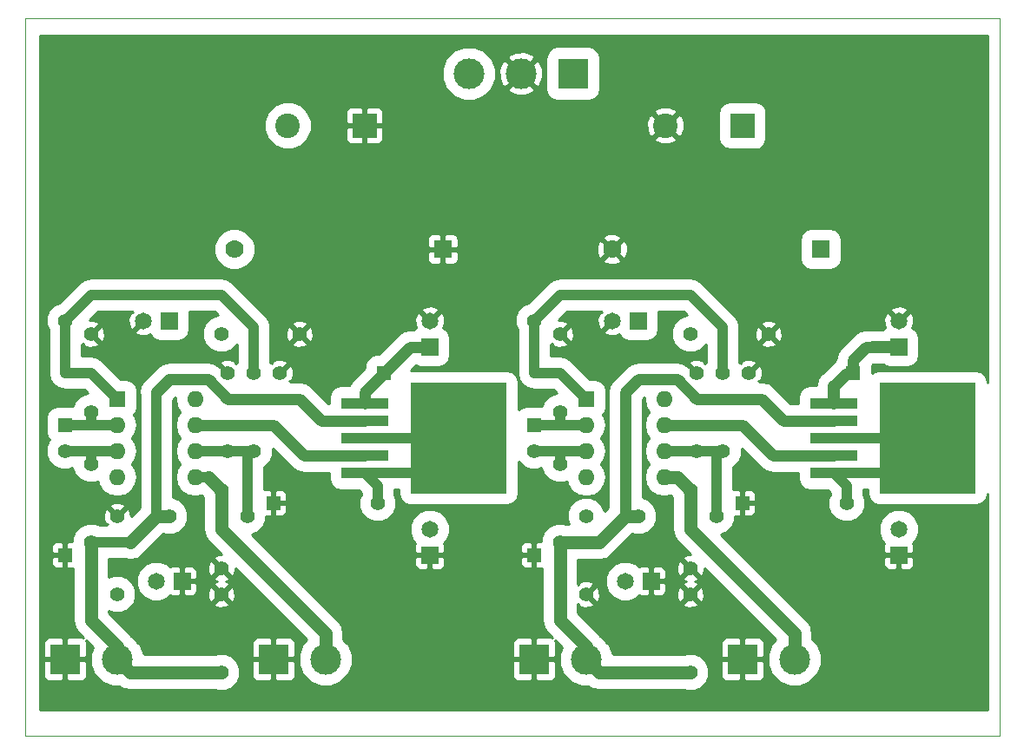
<source format=gbr>
G04 #@! TF.FileFunction,Copper,L2,Bot,Signal*
%FSLAX46Y46*%
G04 Gerber Fmt 4.6, Leading zero omitted, Abs format (unit mm)*
G04 Created by KiCad (PCBNEW 4.0.6-e0-6349~52~ubuntu17.04.1) date Sun Oct 15 13:20:49 2017*
%MOMM*%
%LPD*%
G01*
G04 APERTURE LIST*
%ADD10C,0.150000*%
%ADD11C,0.100000*%
%ADD12R,4.600000X1.100000*%
%ADD13R,9.400000X10.800000*%
%ADD14R,1.651000X1.651000*%
%ADD15C,1.651000*%
%ADD16R,1.778000X1.778000*%
%ADD17C,1.778000*%
%ADD18R,3.000000X3.000000*%
%ADD19C,3.000000*%
%ADD20R,1.600000X1.600000*%
%ADD21O,1.600000X1.600000*%
%ADD22R,2.400000X2.400000*%
%ADD23C,2.400000*%
%ADD24R,1.397000X1.397000*%
%ADD25C,1.397000*%
%ADD26C,1.100000*%
%ADD27C,1.150000*%
%ADD28C,1.000000*%
%ADD29C,1.250000*%
%ADD30C,0.254000*%
G04 APERTURE END LIST*
D10*
D11*
X180000000Y-20000000D02*
X180000000Y-90000000D01*
X85000000Y-20000000D02*
X180000000Y-20000000D01*
X180000000Y-90000000D02*
X85000000Y-90000000D01*
X85000000Y-90000000D02*
X85000000Y-20000000D01*
X85000000Y-90000000D02*
X180000000Y-90000000D01*
D12*
X118110000Y-57560000D03*
X118110000Y-59260000D03*
X118110000Y-62660000D03*
D13*
X127260000Y-60960000D03*
D12*
X118110000Y-60960000D03*
X118110000Y-64360000D03*
D14*
X144780000Y-49530000D03*
D15*
X142240000Y-49530000D03*
D16*
X162560000Y-42545000D03*
D17*
X142240000Y-42545000D03*
D14*
X100330000Y-74930000D03*
D15*
X97790000Y-74930000D03*
D16*
X125730000Y-42545000D03*
D17*
X105410000Y-42545000D03*
D14*
X99060000Y-49530000D03*
D15*
X96520000Y-49530000D03*
D14*
X146050000Y-74930000D03*
D15*
X143510000Y-74930000D03*
D18*
X138430000Y-25400000D03*
D19*
X133350000Y-25400000D03*
X128270000Y-25400000D03*
D20*
X93980000Y-57150000D03*
D21*
X101600000Y-64770000D03*
X93980000Y-59690000D03*
X101600000Y-62230000D03*
X93980000Y-62230000D03*
X101600000Y-59690000D03*
X93980000Y-64770000D03*
X101600000Y-57150000D03*
D20*
X139700000Y-57150000D03*
D21*
X147320000Y-64770000D03*
X139700000Y-59690000D03*
X147320000Y-62230000D03*
X139700000Y-62230000D03*
X147320000Y-59690000D03*
X139700000Y-64770000D03*
X147320000Y-57150000D03*
D22*
X154940000Y-30480000D03*
D23*
X147440000Y-30480000D03*
D22*
X118110000Y-30480000D03*
D23*
X110610000Y-30480000D03*
D24*
X88900000Y-72390000D03*
D25*
X88900000Y-62230000D03*
D24*
X88900000Y-59690000D03*
D25*
X88900000Y-49530000D03*
D24*
X134620000Y-59690000D03*
D25*
X134620000Y-49530000D03*
D24*
X134620000Y-72390000D03*
D25*
X134620000Y-62230000D03*
X104140000Y-50800000D03*
X111760000Y-50800000D03*
X149860000Y-50800000D03*
X157480000Y-50800000D03*
X139700000Y-76200000D03*
X139700000Y-68580000D03*
X93980000Y-68580000D03*
X93980000Y-76200000D03*
X106680000Y-68580000D03*
X99060000Y-68580000D03*
X104775000Y-54610000D03*
X104775000Y-62230000D03*
X104140000Y-76200000D03*
X104140000Y-83820000D03*
X150495000Y-54610000D03*
X150495000Y-62230000D03*
X149860000Y-76200000D03*
X149860000Y-83820000D03*
X152400000Y-68580000D03*
X144780000Y-68580000D03*
X91440000Y-63500000D03*
X91440000Y-71120000D03*
X107315000Y-54610000D03*
X107315000Y-62230000D03*
X91440000Y-58420000D03*
X91440000Y-50800000D03*
X104140000Y-73660000D03*
X104140000Y-66040000D03*
X149860000Y-66040000D03*
X149860000Y-73660000D03*
X137160000Y-58420000D03*
X137160000Y-50800000D03*
X153035000Y-62230000D03*
X153035000Y-54610000D03*
X137160000Y-63500000D03*
X137160000Y-71120000D03*
D14*
X124460000Y-52070000D03*
D15*
X124460000Y-49530000D03*
D14*
X170180000Y-72390000D03*
D15*
X170180000Y-69850000D03*
D14*
X170180000Y-52070000D03*
D15*
X170180000Y-49530000D03*
D14*
X124460000Y-72390000D03*
D15*
X124460000Y-69850000D03*
D24*
X120015000Y-54610000D03*
D25*
X109855000Y-54610000D03*
D24*
X109220000Y-67310000D03*
D25*
X119380000Y-67310000D03*
D24*
X165735000Y-54610000D03*
D25*
X155575000Y-54610000D03*
D24*
X154940000Y-67310000D03*
D25*
X165100000Y-67310000D03*
D12*
X163830000Y-57560000D03*
X163830000Y-59260000D03*
X163830000Y-62660000D03*
D13*
X172980000Y-60960000D03*
D12*
X163830000Y-60960000D03*
X163830000Y-64360000D03*
D18*
X109220000Y-82550000D03*
D19*
X114300000Y-82550000D03*
D18*
X154940000Y-82550000D03*
D19*
X160020000Y-82550000D03*
D18*
X88900000Y-82550000D03*
D19*
X93980000Y-82550000D03*
D18*
X134620000Y-82550000D03*
D19*
X139700000Y-82550000D03*
D26*
X118110000Y-57560000D02*
X118110000Y-56515000D01*
X122555000Y-52070000D02*
X124460000Y-52070000D01*
X118110000Y-56515000D02*
X122555000Y-52070000D01*
X167640000Y-52070000D02*
X167005000Y-52070000D01*
D27*
X170180000Y-52070000D02*
X168910000Y-52070000D01*
X167640000Y-52070000D02*
X168910000Y-52070000D01*
D26*
X165735000Y-53340000D02*
X165735000Y-54610000D01*
X167005000Y-52070000D02*
X165735000Y-53340000D01*
X165735000Y-54610000D02*
X165100000Y-54610000D01*
X165100000Y-54610000D02*
X163830000Y-55880000D01*
D27*
X163830000Y-55880000D02*
X163830000Y-57560000D01*
D28*
X163830000Y-64360000D02*
X169580000Y-64360000D01*
X169580000Y-64360000D02*
X172980000Y-60960000D01*
X118110000Y-64360000D02*
X123860000Y-64360000D01*
X123860000Y-64360000D02*
X127260000Y-60960000D01*
X165100000Y-67310000D02*
X165100000Y-65630000D01*
X165100000Y-65630000D02*
X163830000Y-64360000D01*
X119380000Y-67310000D02*
X119380000Y-65630000D01*
X119380000Y-65630000D02*
X118110000Y-64360000D01*
X118110000Y-60960000D02*
X127260000Y-60960000D01*
X163830000Y-60960000D02*
X172980000Y-60960000D01*
X91440000Y-62230000D02*
X91440000Y-63500000D01*
X91440000Y-62230000D02*
X88900000Y-62230000D01*
X93980000Y-62230000D02*
X91440000Y-62230000D01*
X91440000Y-58420000D02*
X91440000Y-59690000D01*
X88900000Y-59690000D02*
X91440000Y-59690000D01*
X91440000Y-59690000D02*
X93980000Y-59690000D01*
X107315000Y-54610000D02*
X107315000Y-50165000D01*
X106680000Y-49530000D02*
X104140000Y-46990000D01*
X104140000Y-46990000D02*
X91440000Y-46990000D01*
X91440000Y-46990000D02*
X88900000Y-49530000D01*
X107315000Y-50165000D02*
X106680000Y-49530000D01*
X88900000Y-49530000D02*
X88900000Y-54610000D01*
X92710000Y-55880000D02*
X93980000Y-57150000D01*
X91440000Y-54610000D02*
X92710000Y-55880000D01*
X88900000Y-54610000D02*
X91440000Y-54610000D01*
X137160000Y-59690000D02*
X139700000Y-59690000D01*
X134620000Y-59690000D02*
X137160000Y-59690000D01*
X137160000Y-58420000D02*
X137160000Y-59690000D01*
X153035000Y-54610000D02*
X153035000Y-50165000D01*
X152400000Y-49530000D02*
X149860000Y-46990000D01*
X149860000Y-46990000D02*
X137160000Y-46990000D01*
X137160000Y-46990000D02*
X134620000Y-49530000D01*
X153035000Y-50165000D02*
X152400000Y-49530000D01*
X134620000Y-54610000D02*
X137160000Y-54610000D01*
X137160000Y-54610000D02*
X138430000Y-55880000D01*
X138430000Y-55880000D02*
X139700000Y-57150000D01*
X134620000Y-49530000D02*
X134620000Y-54610000D01*
X137160000Y-62230000D02*
X137160000Y-63500000D01*
X139700000Y-62230000D02*
X137160000Y-62230000D01*
X137160000Y-62230000D02*
X134620000Y-62230000D01*
X107315000Y-62230000D02*
X106680000Y-62230000D01*
X106680000Y-68580000D02*
X106680000Y-62230000D01*
X106680000Y-62230000D02*
X104140000Y-62230000D01*
X104140000Y-62230000D02*
X101600000Y-62230000D01*
X153035000Y-62230000D02*
X152400000Y-62230000D01*
X152400000Y-68580000D02*
X152400000Y-62230000D01*
X149860000Y-62230000D02*
X147320000Y-62230000D01*
X152400000Y-62230000D02*
X149860000Y-62230000D01*
D26*
X118110000Y-62660000D02*
X112190000Y-62660000D01*
X109220000Y-59690000D02*
X101600000Y-59690000D01*
X112190000Y-62660000D02*
X109220000Y-59690000D01*
X163830000Y-62660000D02*
X157910000Y-62660000D01*
X154940000Y-59690000D02*
X147320000Y-59690000D01*
X157910000Y-62660000D02*
X154940000Y-59690000D01*
D29*
X114300000Y-82550000D02*
X114300000Y-80010000D01*
X104140000Y-69850000D02*
X105410000Y-71120000D01*
X104140000Y-69850000D02*
X104140000Y-66040000D01*
X114300000Y-80010000D02*
X105410000Y-71120000D01*
X104140000Y-66040000D02*
X102870000Y-64770000D01*
D28*
X102870000Y-64770000D02*
X101600000Y-64770000D01*
D29*
X160020000Y-82550000D02*
X160020000Y-80010000D01*
X149860000Y-69850000D02*
X149860000Y-66040000D01*
X160020000Y-80010000D02*
X149860000Y-69850000D01*
X147320000Y-64770000D02*
X148590000Y-64770000D01*
X148590000Y-64770000D02*
X149860000Y-66040000D01*
D26*
X113030000Y-58420000D02*
X111760000Y-57150000D01*
X111760000Y-57150000D02*
X104775000Y-57150000D01*
X104775000Y-57150000D02*
X102870000Y-55245000D01*
X102870000Y-55245000D02*
X99060000Y-55245000D01*
X99060000Y-55245000D02*
X97790000Y-56515000D01*
D28*
X102870000Y-55245000D02*
X99060000Y-55245000D01*
X99060000Y-55245000D02*
X97790000Y-56515000D01*
X97790000Y-68580000D02*
X97790000Y-56515000D01*
D26*
X113870000Y-59260000D02*
X118110000Y-59260000D01*
X113870000Y-59260000D02*
X113030000Y-58420000D01*
D28*
X104775000Y-57150000D02*
X102870000Y-55245000D01*
X111760000Y-57150000D02*
X104775000Y-57150000D01*
D29*
X104140000Y-83820000D02*
X95250000Y-83820000D01*
X95250000Y-83820000D02*
X93980000Y-82550000D01*
X96520000Y-69850000D02*
X97790000Y-68580000D01*
X99060000Y-68580000D02*
X97790000Y-68580000D01*
X96520000Y-69850000D02*
X95250000Y-71120000D01*
D28*
X95250000Y-71120000D02*
X91440000Y-71120000D01*
D29*
X93980000Y-82550000D02*
X93980000Y-81280000D01*
X93980000Y-81280000D02*
X91440000Y-78740000D01*
X91440000Y-78740000D02*
X91440000Y-71120000D01*
D26*
X144780000Y-55245000D02*
X143510000Y-56515000D01*
X148590000Y-55245000D02*
X147320000Y-55245000D01*
X147320000Y-55245000D02*
X144780000Y-55245000D01*
X150495000Y-57150000D02*
X148590000Y-55245000D01*
X143510000Y-56515000D02*
X143510000Y-68580000D01*
X150495000Y-57150000D02*
X156845000Y-57150000D01*
X156845000Y-57150000D02*
X158955000Y-59260000D01*
X158955000Y-59260000D02*
X163830000Y-59260000D01*
D28*
X156845000Y-57150000D02*
X150495000Y-57150000D01*
D26*
X163830000Y-59260000D02*
X158955000Y-59260000D01*
X158955000Y-59260000D02*
X156845000Y-57150000D01*
D29*
X149860000Y-83820000D02*
X140970000Y-83820000D01*
X140970000Y-83820000D02*
X139700000Y-82550000D01*
X142240000Y-69850000D02*
X143510000Y-68580000D01*
X137160000Y-71120000D02*
X140970000Y-71120000D01*
X140970000Y-71120000D02*
X142240000Y-69850000D01*
X143510000Y-68580000D02*
X144780000Y-68580000D01*
X139700000Y-82550000D02*
X139700000Y-81280000D01*
X139700000Y-81280000D02*
X137160000Y-78740000D01*
X137160000Y-78740000D02*
X137160000Y-71120000D01*
D28*
X144780000Y-68580000D02*
X143510000Y-68580000D01*
X140970000Y-71120000D02*
X142240000Y-69850000D01*
D30*
G36*
X178823000Y-55527693D02*
X178750494Y-55142359D01*
X178503669Y-54758781D01*
X178127056Y-54501452D01*
X177680000Y-54410921D01*
X168280000Y-54410921D01*
X167862359Y-54489506D01*
X167582579Y-54669539D01*
X167582579Y-53911500D01*
X167575066Y-53871570D01*
X167674636Y-53772000D01*
X168641008Y-53772000D01*
X168907444Y-53954048D01*
X169354500Y-54044579D01*
X171005500Y-54044579D01*
X171423141Y-53965994D01*
X171806719Y-53719169D01*
X172064048Y-53342556D01*
X172154579Y-52895500D01*
X172154579Y-51244500D01*
X172075994Y-50826859D01*
X171829169Y-50443281D01*
X171487344Y-50209722D01*
X171652340Y-49752869D01*
X171625553Y-49172465D01*
X171454976Y-48760656D01*
X171206215Y-48683390D01*
X170359605Y-49530000D01*
X170373748Y-49544143D01*
X170194143Y-49723748D01*
X170180000Y-49709605D01*
X170165858Y-49723748D01*
X169986253Y-49544143D01*
X170000395Y-49530000D01*
X169153785Y-48683390D01*
X168905024Y-48760656D01*
X168707660Y-49307131D01*
X168734447Y-49887535D01*
X168870733Y-50216557D01*
X168635383Y-50368000D01*
X167640000Y-50368000D01*
X167514317Y-50393000D01*
X167005000Y-50393000D01*
X166363240Y-50520654D01*
X165819182Y-50884182D01*
X164549182Y-52154182D01*
X164185654Y-52698240D01*
X164060733Y-53326260D01*
X163914182Y-53424182D01*
X162733055Y-54605309D01*
X162626504Y-54676504D01*
X162257557Y-55228673D01*
X162131795Y-55860921D01*
X161530000Y-55860921D01*
X161112359Y-55939506D01*
X160728781Y-56186331D01*
X160471452Y-56562944D01*
X160380921Y-57010000D01*
X160380921Y-57583000D01*
X159649636Y-57583000D01*
X158030818Y-55964182D01*
X157486760Y-55600654D01*
X156845000Y-55473000D01*
X156617608Y-55473000D01*
X156509190Y-55364582D01*
X156744800Y-55302929D01*
X156920927Y-54802520D01*
X156892148Y-54272801D01*
X156744800Y-53917071D01*
X156509188Y-53855417D01*
X155754605Y-54610000D01*
X155768748Y-54624143D01*
X155589143Y-54803748D01*
X155575000Y-54789605D01*
X155560858Y-54803748D01*
X155381253Y-54624143D01*
X155395395Y-54610000D01*
X155381253Y-54595858D01*
X155560858Y-54416253D01*
X155575000Y-54430395D01*
X156329583Y-53675812D01*
X156267929Y-53440200D01*
X155767520Y-53264073D01*
X155237801Y-53292852D01*
X154882071Y-53440200D01*
X154820418Y-53675810D01*
X154705163Y-53560555D01*
X154662000Y-53603718D01*
X154662000Y-51734188D01*
X156725417Y-51734188D01*
X156787071Y-51969800D01*
X157287480Y-52145927D01*
X157817199Y-52117148D01*
X158172929Y-51969800D01*
X158234583Y-51734188D01*
X157480000Y-50979605D01*
X156725417Y-51734188D01*
X154662000Y-51734188D01*
X154662000Y-50607480D01*
X156134073Y-50607480D01*
X156162852Y-51137199D01*
X156310200Y-51492929D01*
X156545812Y-51554583D01*
X157300395Y-50800000D01*
X157659605Y-50800000D01*
X158414188Y-51554583D01*
X158649800Y-51492929D01*
X158825927Y-50992520D01*
X158797148Y-50462801D01*
X158649800Y-50107071D01*
X158414188Y-50045417D01*
X157659605Y-50800000D01*
X157300395Y-50800000D01*
X156545812Y-50045417D01*
X156310200Y-50107071D01*
X156134073Y-50607480D01*
X154662000Y-50607480D01*
X154662000Y-50165005D01*
X154662001Y-50165000D01*
X154602489Y-49865812D01*
X156725417Y-49865812D01*
X157480000Y-50620395D01*
X158234583Y-49865812D01*
X158172929Y-49630200D01*
X157672520Y-49454073D01*
X157142801Y-49482852D01*
X156787071Y-49630200D01*
X156725417Y-49865812D01*
X154602489Y-49865812D01*
X154538152Y-49542374D01*
X154380968Y-49307131D01*
X154185463Y-49014537D01*
X154185460Y-49014535D01*
X153674711Y-48503785D01*
X169333390Y-48503785D01*
X170180000Y-49350395D01*
X171026610Y-48503785D01*
X170949344Y-48255024D01*
X170402869Y-48057660D01*
X169822465Y-48084447D01*
X169410656Y-48255024D01*
X169333390Y-48503785D01*
X153674711Y-48503785D01*
X153550463Y-48379537D01*
X153550460Y-48379535D01*
X151010463Y-45839537D01*
X150482626Y-45486848D01*
X149860000Y-45363000D01*
X137160000Y-45363000D01*
X136537374Y-45486848D01*
X136009537Y-45839537D01*
X136009535Y-45839540D01*
X134064910Y-47784164D01*
X133587288Y-47981514D01*
X133073319Y-48494587D01*
X132794817Y-49165292D01*
X132794183Y-49891521D01*
X132993000Y-50372694D01*
X132993000Y-54610000D01*
X133116848Y-55232626D01*
X133469537Y-55760463D01*
X133997374Y-56113152D01*
X134620000Y-56237000D01*
X136486074Y-56237000D01*
X136843296Y-56594222D01*
X136798479Y-56594183D01*
X136127288Y-56871514D01*
X135613319Y-57384587D01*
X135415087Y-57861980D01*
X135318500Y-57842421D01*
X133921500Y-57842421D01*
X133503859Y-57921006D01*
X133120281Y-58167831D01*
X133109079Y-58184226D01*
X133109079Y-55560000D01*
X133030494Y-55142359D01*
X132783669Y-54758781D01*
X132407056Y-54501452D01*
X131960000Y-54410921D01*
X122585715Y-54410921D01*
X123101388Y-53895248D01*
X123187444Y-53954048D01*
X123634500Y-54044579D01*
X125285500Y-54044579D01*
X125703141Y-53965994D01*
X126086719Y-53719169D01*
X126344048Y-53342556D01*
X126434579Y-52895500D01*
X126434579Y-51244500D01*
X126355994Y-50826859D01*
X126109169Y-50443281D01*
X125767344Y-50209722D01*
X125932340Y-49752869D01*
X125905553Y-49172465D01*
X125734976Y-48760656D01*
X125486215Y-48683390D01*
X124639605Y-49530000D01*
X124653748Y-49544143D01*
X124474143Y-49723748D01*
X124460000Y-49709605D01*
X124445858Y-49723748D01*
X124266253Y-49544143D01*
X124280395Y-49530000D01*
X123433785Y-48683390D01*
X123185024Y-48760656D01*
X122987660Y-49307131D01*
X123014447Y-49887535D01*
X123150733Y-50216557D01*
X122876532Y-50393000D01*
X122555000Y-50393000D01*
X121913240Y-50520654D01*
X121369182Y-50884182D01*
X119490943Y-52762421D01*
X119316500Y-52762421D01*
X118898859Y-52841006D01*
X118515281Y-53087831D01*
X118257952Y-53464444D01*
X118167421Y-53911500D01*
X118167421Y-54085943D01*
X116924182Y-55329182D01*
X116568885Y-55860921D01*
X115810000Y-55860921D01*
X115392359Y-55939506D01*
X115008781Y-56186331D01*
X114751452Y-56562944D01*
X114660921Y-57010000D01*
X114660921Y-57583000D01*
X114564636Y-57583000D01*
X112945818Y-55964182D01*
X112401760Y-55600654D01*
X111760000Y-55473000D01*
X110897608Y-55473000D01*
X110789190Y-55364582D01*
X111024800Y-55302929D01*
X111200927Y-54802520D01*
X111172148Y-54272801D01*
X111024800Y-53917071D01*
X110789188Y-53855417D01*
X110034605Y-54610000D01*
X110048748Y-54624143D01*
X109869143Y-54803748D01*
X109855000Y-54789605D01*
X109840858Y-54803748D01*
X109661253Y-54624143D01*
X109675395Y-54610000D01*
X109661253Y-54595858D01*
X109840858Y-54416253D01*
X109855000Y-54430395D01*
X110609583Y-53675812D01*
X110547929Y-53440200D01*
X110047520Y-53264073D01*
X109517801Y-53292852D01*
X109162071Y-53440200D01*
X109100418Y-53675810D01*
X108985163Y-53560555D01*
X108942000Y-53603718D01*
X108942000Y-51734188D01*
X111005417Y-51734188D01*
X111067071Y-51969800D01*
X111567480Y-52145927D01*
X112097199Y-52117148D01*
X112452929Y-51969800D01*
X112514583Y-51734188D01*
X111760000Y-50979605D01*
X111005417Y-51734188D01*
X108942000Y-51734188D01*
X108942000Y-50607480D01*
X110414073Y-50607480D01*
X110442852Y-51137199D01*
X110590200Y-51492929D01*
X110825812Y-51554583D01*
X111580395Y-50800000D01*
X111939605Y-50800000D01*
X112694188Y-51554583D01*
X112929800Y-51492929D01*
X113105927Y-50992520D01*
X113077148Y-50462801D01*
X112929800Y-50107071D01*
X112694188Y-50045417D01*
X111939605Y-50800000D01*
X111580395Y-50800000D01*
X110825812Y-50045417D01*
X110590200Y-50107071D01*
X110414073Y-50607480D01*
X108942000Y-50607480D01*
X108942000Y-50165005D01*
X108942001Y-50165000D01*
X108882489Y-49865812D01*
X111005417Y-49865812D01*
X111760000Y-50620395D01*
X112514583Y-49865812D01*
X112452929Y-49630200D01*
X111952520Y-49454073D01*
X111422801Y-49482852D01*
X111067071Y-49630200D01*
X111005417Y-49865812D01*
X108882489Y-49865812D01*
X108818152Y-49542374D01*
X108660968Y-49307131D01*
X108465463Y-49014537D01*
X108465460Y-49014535D01*
X107954711Y-48503785D01*
X123613390Y-48503785D01*
X124460000Y-49350395D01*
X125306610Y-48503785D01*
X125229344Y-48255024D01*
X124682869Y-48057660D01*
X124102465Y-48084447D01*
X123690656Y-48255024D01*
X123613390Y-48503785D01*
X107954711Y-48503785D01*
X107830463Y-48379537D01*
X107830460Y-48379535D01*
X105290463Y-45839537D01*
X104762626Y-45486848D01*
X104140000Y-45363000D01*
X91440000Y-45363000D01*
X90817374Y-45486848D01*
X90289537Y-45839537D01*
X90289535Y-45839540D01*
X88344910Y-47784164D01*
X87867288Y-47981514D01*
X87353319Y-48494587D01*
X87074817Y-49165292D01*
X87074183Y-49891521D01*
X87273000Y-50372694D01*
X87273000Y-54610000D01*
X87396848Y-55232626D01*
X87749537Y-55760463D01*
X88277374Y-56113152D01*
X88900000Y-56237000D01*
X90766074Y-56237000D01*
X91123296Y-56594222D01*
X91078479Y-56594183D01*
X90407288Y-56871514D01*
X89893319Y-57384587D01*
X89695087Y-57861980D01*
X89598500Y-57842421D01*
X88201500Y-57842421D01*
X87783859Y-57921006D01*
X87400281Y-58167831D01*
X87142952Y-58544444D01*
X87052421Y-58991500D01*
X87052421Y-60388500D01*
X87131006Y-60806141D01*
X87370151Y-61177784D01*
X87353319Y-61194587D01*
X87074817Y-61865292D01*
X87074183Y-62591521D01*
X87351514Y-63262712D01*
X87864587Y-63776681D01*
X88535292Y-64055183D01*
X89261521Y-64055817D01*
X89631328Y-63903015D01*
X89891514Y-64532712D01*
X90404587Y-65046681D01*
X91075292Y-65325183D01*
X91801521Y-65325817D01*
X92101178Y-65202001D01*
X92161932Y-65507431D01*
X92579653Y-66132595D01*
X93204817Y-66550316D01*
X93942248Y-66697000D01*
X94017752Y-66697000D01*
X94755183Y-66550316D01*
X95380347Y-66132595D01*
X95798068Y-65507431D01*
X95944752Y-64770000D01*
X95798068Y-64032569D01*
X95442217Y-63500000D01*
X95798068Y-62967431D01*
X95944752Y-62230000D01*
X95798068Y-61492569D01*
X95442217Y-60960000D01*
X95798068Y-60427431D01*
X95944752Y-59690000D01*
X95798068Y-58952569D01*
X95630418Y-58701663D01*
X95838548Y-58397056D01*
X95929079Y-57950000D01*
X95929079Y-56350000D01*
X95850494Y-55932359D01*
X95603669Y-55548781D01*
X95227056Y-55291452D01*
X94780000Y-55200921D01*
X94331847Y-55200921D01*
X92590463Y-53459537D01*
X92062626Y-53106848D01*
X91440000Y-52983000D01*
X90527000Y-52983000D01*
X90527000Y-51806282D01*
X90570163Y-51849445D01*
X90685418Y-51734190D01*
X90747071Y-51969800D01*
X91247480Y-52145927D01*
X91777199Y-52117148D01*
X92132929Y-51969800D01*
X92194583Y-51734188D01*
X91440000Y-50979605D01*
X91425858Y-50993748D01*
X91246253Y-50814143D01*
X91260395Y-50800000D01*
X91619605Y-50800000D01*
X92374188Y-51554583D01*
X92609800Y-51492929D01*
X92785927Y-50992520D01*
X92757148Y-50462801D01*
X92609800Y-50107071D01*
X92374188Y-50045417D01*
X91619605Y-50800000D01*
X91260395Y-50800000D01*
X91246253Y-50785858D01*
X91425858Y-50606253D01*
X91440000Y-50620395D01*
X92194583Y-49865812D01*
X92132929Y-49630200D01*
X91632520Y-49454073D01*
X91256419Y-49474506D01*
X92113925Y-48617000D01*
X95427392Y-48617000D01*
X95493783Y-48683391D01*
X95245024Y-48760656D01*
X95047660Y-49307131D01*
X95074447Y-49887535D01*
X95245024Y-50299344D01*
X95493785Y-50376610D01*
X96340395Y-49530000D01*
X96326253Y-49515858D01*
X96505858Y-49336253D01*
X96520000Y-49350395D01*
X96534143Y-49336253D01*
X96713748Y-49515858D01*
X96699605Y-49530000D01*
X96713748Y-49544143D01*
X96534143Y-49723748D01*
X96520000Y-49709605D01*
X95673390Y-50556215D01*
X95750656Y-50804976D01*
X96297131Y-51002340D01*
X96877535Y-50975553D01*
X97206557Y-50839267D01*
X97410831Y-51156719D01*
X97787444Y-51414048D01*
X98234500Y-51504579D01*
X99885500Y-51504579D01*
X100303141Y-51425994D01*
X100686719Y-51179169D01*
X100944048Y-50802556D01*
X101034579Y-50355500D01*
X101034579Y-48704500D01*
X101018115Y-48617000D01*
X103466074Y-48617000D01*
X103823296Y-48974222D01*
X103778479Y-48974183D01*
X103107288Y-49251514D01*
X102593319Y-49764587D01*
X102314817Y-50435292D01*
X102314183Y-51161521D01*
X102591514Y-51832712D01*
X103104587Y-52346681D01*
X103775292Y-52625183D01*
X104501521Y-52625817D01*
X105172712Y-52348486D01*
X105686681Y-51835413D01*
X105688000Y-51832237D01*
X105688000Y-53603718D01*
X105644837Y-53560555D01*
X105529582Y-53675810D01*
X105467929Y-53440200D01*
X104967520Y-53264073D01*
X104437801Y-53292852D01*
X104082071Y-53440200D01*
X104020417Y-53675812D01*
X104775000Y-54430395D01*
X104789143Y-54416253D01*
X104968748Y-54595858D01*
X104954605Y-54610000D01*
X104968748Y-54624143D01*
X104794763Y-54798127D01*
X104055818Y-54059182D01*
X104021941Y-54036546D01*
X103840812Y-53855417D01*
X103776175Y-53872331D01*
X103511760Y-53695654D01*
X102870000Y-53568000D01*
X99060000Y-53568000D01*
X98418240Y-53695654D01*
X97874182Y-54059182D01*
X96604182Y-55329182D01*
X96240654Y-55873240D01*
X96113000Y-56515000D01*
X96163000Y-56766367D01*
X96163000Y-67729298D01*
X95315304Y-68576994D01*
X95297148Y-68242801D01*
X95149800Y-67887071D01*
X94914188Y-67825417D01*
X94159605Y-68580000D01*
X94173748Y-68594143D01*
X93994143Y-68773748D01*
X93980000Y-68759605D01*
X93965858Y-68773748D01*
X93786253Y-68594143D01*
X93800395Y-68580000D01*
X93045812Y-67825417D01*
X92810200Y-67887071D01*
X92634073Y-68387480D01*
X92662852Y-68917199D01*
X92810200Y-69272929D01*
X93045810Y-69334582D01*
X92930555Y-69449837D01*
X92973718Y-69493000D01*
X92281984Y-69493000D01*
X91804708Y-69294817D01*
X91078479Y-69294183D01*
X90407288Y-69571514D01*
X89893319Y-70084587D01*
X89614817Y-70755292D01*
X89614554Y-71056500D01*
X89185750Y-71056500D01*
X89027000Y-71215250D01*
X89027000Y-72263000D01*
X89047000Y-72263000D01*
X89047000Y-72517000D01*
X89027000Y-72517000D01*
X89027000Y-73564750D01*
X89185750Y-73723500D01*
X89688000Y-73723500D01*
X89688000Y-78740000D01*
X89821363Y-79410462D01*
X90201149Y-79978851D01*
X90715779Y-80493481D01*
X90526309Y-80415000D01*
X89185750Y-80415000D01*
X89027000Y-80573750D01*
X89027000Y-82423000D01*
X90876250Y-82423000D01*
X91035000Y-82264250D01*
X91035000Y-80923690D01*
X90956519Y-80734221D01*
X91615762Y-81393464D01*
X91353457Y-82025165D01*
X91352545Y-83070250D01*
X91751639Y-84036132D01*
X92489981Y-84775764D01*
X93455165Y-85176543D01*
X94188245Y-85177183D01*
X94579538Y-85438637D01*
X95250000Y-85572000D01*
X103599048Y-85572000D01*
X103775292Y-85645183D01*
X104501521Y-85645817D01*
X105172712Y-85368486D01*
X105686681Y-84855413D01*
X105965183Y-84184708D01*
X105965817Y-83458479D01*
X105708511Y-82835750D01*
X107085000Y-82835750D01*
X107085000Y-84176310D01*
X107181673Y-84409699D01*
X107360302Y-84588327D01*
X107593691Y-84685000D01*
X108934250Y-84685000D01*
X109093000Y-84526250D01*
X109093000Y-82677000D01*
X109347000Y-82677000D01*
X109347000Y-84526250D01*
X109505750Y-84685000D01*
X110846309Y-84685000D01*
X111079698Y-84588327D01*
X111258327Y-84409699D01*
X111355000Y-84176310D01*
X111355000Y-82835750D01*
X111196250Y-82677000D01*
X109347000Y-82677000D01*
X109093000Y-82677000D01*
X107243750Y-82677000D01*
X107085000Y-82835750D01*
X105708511Y-82835750D01*
X105688486Y-82787288D01*
X105175413Y-82273319D01*
X104504708Y-81994817D01*
X103778479Y-81994183D01*
X103599829Y-82068000D01*
X96607422Y-82068000D01*
X96607455Y-82029750D01*
X96208361Y-81063868D01*
X96068428Y-80923690D01*
X107085000Y-80923690D01*
X107085000Y-82264250D01*
X107243750Y-82423000D01*
X109093000Y-82423000D01*
X109093000Y-80573750D01*
X109347000Y-80573750D01*
X109347000Y-82423000D01*
X111196250Y-82423000D01*
X111355000Y-82264250D01*
X111355000Y-80923690D01*
X111258327Y-80690301D01*
X111079698Y-80511673D01*
X110846309Y-80415000D01*
X109505750Y-80415000D01*
X109347000Y-80573750D01*
X109093000Y-80573750D01*
X108934250Y-80415000D01*
X107593691Y-80415000D01*
X107360302Y-80511673D01*
X107181673Y-80690301D01*
X107085000Y-80923690D01*
X96068428Y-80923690D01*
X95470019Y-80324236D01*
X95384190Y-80288597D01*
X95218851Y-80041149D01*
X93192000Y-78014298D01*
X93192000Y-77849416D01*
X93615292Y-78025183D01*
X94341521Y-78025817D01*
X95012712Y-77748486D01*
X95526681Y-77235413D01*
X95568713Y-77134188D01*
X103385417Y-77134188D01*
X103447071Y-77369800D01*
X103947480Y-77545927D01*
X104477199Y-77517148D01*
X104832929Y-77369800D01*
X104894583Y-77134188D01*
X104140000Y-76379605D01*
X103385417Y-77134188D01*
X95568713Y-77134188D01*
X95805183Y-76564708D01*
X95805817Y-75838479D01*
X95590211Y-75316672D01*
X95837162Y-75316672D01*
X96133786Y-76034558D01*
X96682553Y-76584284D01*
X97399920Y-76882161D01*
X98176672Y-76882838D01*
X98894558Y-76586214D01*
X99174947Y-76306314D01*
X99378191Y-76390500D01*
X100044250Y-76390500D01*
X100203000Y-76231750D01*
X100203000Y-75057000D01*
X100457000Y-75057000D01*
X100457000Y-76231750D01*
X100615750Y-76390500D01*
X101281809Y-76390500D01*
X101515198Y-76293827D01*
X101693827Y-76115199D01*
X101738445Y-76007480D01*
X102794073Y-76007480D01*
X102822852Y-76537199D01*
X102970200Y-76892929D01*
X103205812Y-76954583D01*
X103960395Y-76200000D01*
X104319605Y-76200000D01*
X105074188Y-76954583D01*
X105309800Y-76892929D01*
X105485927Y-76392520D01*
X105457148Y-75862801D01*
X105309800Y-75507071D01*
X105074188Y-75445417D01*
X104319605Y-76200000D01*
X103960395Y-76200000D01*
X103205812Y-75445417D01*
X102970200Y-75507071D01*
X102794073Y-76007480D01*
X101738445Y-76007480D01*
X101790500Y-75881810D01*
X101790500Y-75215750D01*
X101631750Y-75057000D01*
X100457000Y-75057000D01*
X100203000Y-75057000D01*
X100183000Y-75057000D01*
X100183000Y-74803000D01*
X100203000Y-74803000D01*
X100203000Y-73628250D01*
X100457000Y-73628250D01*
X100457000Y-74803000D01*
X101631750Y-74803000D01*
X101790500Y-74644250D01*
X101790500Y-74594188D01*
X103385417Y-74594188D01*
X103447071Y-74829800D01*
X103708629Y-74921859D01*
X103447071Y-75030200D01*
X103385417Y-75265812D01*
X104140000Y-76020395D01*
X104894583Y-75265812D01*
X104832929Y-75030200D01*
X104571371Y-74938141D01*
X104832929Y-74829800D01*
X104894583Y-74594188D01*
X104140000Y-73839605D01*
X103385417Y-74594188D01*
X101790500Y-74594188D01*
X101790500Y-73978190D01*
X101693827Y-73744801D01*
X101515198Y-73566173D01*
X101281809Y-73469500D01*
X100615750Y-73469500D01*
X100457000Y-73628250D01*
X100203000Y-73628250D01*
X100044250Y-73469500D01*
X99378191Y-73469500D01*
X99174937Y-73553691D01*
X99088877Y-73467480D01*
X102794073Y-73467480D01*
X102822852Y-73997199D01*
X102970200Y-74352929D01*
X103205812Y-74414583D01*
X103960395Y-73660000D01*
X103205812Y-72905417D01*
X102970200Y-72967071D01*
X102794073Y-73467480D01*
X99088877Y-73467480D01*
X98897447Y-73275716D01*
X98180080Y-72977839D01*
X97403328Y-72977162D01*
X96685442Y-73273786D01*
X96135716Y-73822553D01*
X95837839Y-74539920D01*
X95837162Y-75316672D01*
X95590211Y-75316672D01*
X95528486Y-75167288D01*
X95015413Y-74653319D01*
X94344708Y-74374817D01*
X93618479Y-74374183D01*
X93192000Y-74550401D01*
X93192000Y-72747000D01*
X94621582Y-72747000D01*
X95250000Y-72872000D01*
X95920462Y-72738637D01*
X96488851Y-72358851D01*
X98515702Y-70332000D01*
X98519048Y-70332000D01*
X98695292Y-70405183D01*
X99421521Y-70405817D01*
X100092712Y-70128486D01*
X100606681Y-69615413D01*
X100885183Y-68944708D01*
X100885817Y-68218479D01*
X100608486Y-67547288D01*
X100095413Y-67033319D01*
X99424708Y-66754817D01*
X99417000Y-66754810D01*
X99417000Y-57259636D01*
X99662217Y-57014419D01*
X99635248Y-57150000D01*
X99781932Y-57887431D01*
X100137783Y-58420000D01*
X99781932Y-58952569D01*
X99635248Y-59690000D01*
X99781932Y-60427431D01*
X100137783Y-60960000D01*
X99781932Y-61492569D01*
X99635248Y-62230000D01*
X99781932Y-62967431D01*
X100137783Y-63500000D01*
X99781932Y-64032569D01*
X99635248Y-64770000D01*
X99781932Y-65507431D01*
X100199653Y-66132595D01*
X100824817Y-66550316D01*
X101562248Y-66697000D01*
X101637752Y-66697000D01*
X102206222Y-66583924D01*
X102388000Y-66765702D01*
X102388000Y-69850000D01*
X102521363Y-70520462D01*
X102901149Y-71088851D01*
X104136994Y-72324696D01*
X103802801Y-72342852D01*
X103447071Y-72490200D01*
X103385417Y-72725812D01*
X104140000Y-73480395D01*
X104154143Y-73466253D01*
X104333748Y-73645858D01*
X104319605Y-73660000D01*
X105074188Y-74414583D01*
X105309800Y-74352929D01*
X105485927Y-73852520D01*
X105475650Y-73663352D01*
X112473606Y-80661308D01*
X112074236Y-81059981D01*
X111673457Y-82025165D01*
X111672545Y-83070250D01*
X112071639Y-84036132D01*
X112809981Y-84775764D01*
X113775165Y-85176543D01*
X114820250Y-85177455D01*
X115786132Y-84778361D01*
X116525764Y-84040019D01*
X116926543Y-83074835D01*
X116926751Y-82835750D01*
X132485000Y-82835750D01*
X132485000Y-84176310D01*
X132581673Y-84409699D01*
X132760302Y-84588327D01*
X132993691Y-84685000D01*
X134334250Y-84685000D01*
X134493000Y-84526250D01*
X134493000Y-82677000D01*
X134747000Y-82677000D01*
X134747000Y-84526250D01*
X134905750Y-84685000D01*
X136246309Y-84685000D01*
X136479698Y-84588327D01*
X136658327Y-84409699D01*
X136755000Y-84176310D01*
X136755000Y-82835750D01*
X136596250Y-82677000D01*
X134747000Y-82677000D01*
X134493000Y-82677000D01*
X132643750Y-82677000D01*
X132485000Y-82835750D01*
X116926751Y-82835750D01*
X116927455Y-82029750D01*
X116528361Y-81063868D01*
X116388428Y-80923690D01*
X132485000Y-80923690D01*
X132485000Y-82264250D01*
X132643750Y-82423000D01*
X134493000Y-82423000D01*
X134493000Y-80573750D01*
X134334250Y-80415000D01*
X132993691Y-80415000D01*
X132760302Y-80511673D01*
X132581673Y-80690301D01*
X132485000Y-80923690D01*
X116388428Y-80923690D01*
X116052000Y-80586675D01*
X116052000Y-80010000D01*
X115918637Y-79339539D01*
X115538851Y-78771149D01*
X109443452Y-72675750D01*
X122999500Y-72675750D01*
X122999500Y-73341809D01*
X123096173Y-73575198D01*
X123274801Y-73753827D01*
X123508190Y-73850500D01*
X124174250Y-73850500D01*
X124333000Y-73691750D01*
X124333000Y-72517000D01*
X124587000Y-72517000D01*
X124587000Y-73691750D01*
X124745750Y-73850500D01*
X125411810Y-73850500D01*
X125645199Y-73753827D01*
X125823827Y-73575198D01*
X125920500Y-73341809D01*
X125920500Y-72675750D01*
X133286500Y-72675750D01*
X133286500Y-73214809D01*
X133383173Y-73448198D01*
X133561801Y-73626827D01*
X133795190Y-73723500D01*
X134334250Y-73723500D01*
X134493000Y-73564750D01*
X134493000Y-72517000D01*
X133445250Y-72517000D01*
X133286500Y-72675750D01*
X125920500Y-72675750D01*
X125761750Y-72517000D01*
X124587000Y-72517000D01*
X124333000Y-72517000D01*
X123158250Y-72517000D01*
X122999500Y-72675750D01*
X109443452Y-72675750D01*
X107134925Y-70367223D01*
X107450882Y-70236672D01*
X122507162Y-70236672D01*
X122803786Y-70954558D01*
X123083686Y-71234947D01*
X122999500Y-71438191D01*
X122999500Y-72104250D01*
X123158250Y-72263000D01*
X124333000Y-72263000D01*
X124333000Y-72243000D01*
X124587000Y-72243000D01*
X124587000Y-72263000D01*
X125761750Y-72263000D01*
X125920500Y-72104250D01*
X125920500Y-71565191D01*
X133286500Y-71565191D01*
X133286500Y-72104250D01*
X133445250Y-72263000D01*
X134493000Y-72263000D01*
X134493000Y-71215250D01*
X134334250Y-71056500D01*
X133795190Y-71056500D01*
X133561801Y-71153173D01*
X133383173Y-71331802D01*
X133286500Y-71565191D01*
X125920500Y-71565191D01*
X125920500Y-71438191D01*
X125836309Y-71234937D01*
X126114284Y-70957447D01*
X126412161Y-70240080D01*
X126412838Y-69463328D01*
X126116214Y-68745442D01*
X125567447Y-68195716D01*
X124850080Y-67897839D01*
X124073328Y-67897162D01*
X123355442Y-68193786D01*
X122805716Y-68742553D01*
X122507839Y-69459920D01*
X122507162Y-70236672D01*
X107450882Y-70236672D01*
X107712712Y-70128486D01*
X108226681Y-69615413D01*
X108505183Y-68944708D01*
X108505446Y-68643500D01*
X108934250Y-68643500D01*
X109093000Y-68484750D01*
X109093000Y-67437000D01*
X109347000Y-67437000D01*
X109347000Y-68484750D01*
X109505750Y-68643500D01*
X110044809Y-68643500D01*
X110278198Y-68546827D01*
X110456827Y-68368199D01*
X110553500Y-68134810D01*
X110553500Y-67595750D01*
X110394750Y-67437000D01*
X109347000Y-67437000D01*
X109093000Y-67437000D01*
X109073000Y-67437000D01*
X109073000Y-67183000D01*
X109093000Y-67183000D01*
X109093000Y-66135250D01*
X109347000Y-66135250D01*
X109347000Y-67183000D01*
X110394750Y-67183000D01*
X110553500Y-67024250D01*
X110553500Y-66485190D01*
X110456827Y-66251801D01*
X110278198Y-66073173D01*
X110044809Y-65976500D01*
X109505750Y-65976500D01*
X109347000Y-66135250D01*
X109093000Y-66135250D01*
X108934250Y-65976500D01*
X108395191Y-65976500D01*
X108307000Y-66013030D01*
X108307000Y-63795308D01*
X108347712Y-63778486D01*
X108861681Y-63265413D01*
X109140183Y-62594708D01*
X109140718Y-61982354D01*
X111004182Y-63845818D01*
X111548240Y-64209346D01*
X112190000Y-64337000D01*
X114660921Y-64337000D01*
X114660921Y-64910000D01*
X114739506Y-65327641D01*
X114986331Y-65711219D01*
X115362944Y-65968548D01*
X115810000Y-66059079D01*
X117508153Y-66059079D01*
X117753000Y-66303926D01*
X117753000Y-66468016D01*
X117554817Y-66945292D01*
X117554183Y-67671521D01*
X117831514Y-68342712D01*
X118344587Y-68856681D01*
X119015292Y-69135183D01*
X119741521Y-69135817D01*
X120412712Y-68858486D01*
X120926681Y-68345413D01*
X121205183Y-67674708D01*
X121205817Y-66948479D01*
X121007000Y-66467306D01*
X121007000Y-65987000D01*
X121410921Y-65987000D01*
X121410921Y-66360000D01*
X121489506Y-66777641D01*
X121736331Y-67161219D01*
X122112944Y-67418548D01*
X122560000Y-67509079D01*
X131960000Y-67509079D01*
X132377641Y-67430494D01*
X132761219Y-67183669D01*
X133018548Y-66807056D01*
X133109079Y-66360000D01*
X133109079Y-63300343D01*
X133584587Y-63776681D01*
X134255292Y-64055183D01*
X134981521Y-64055817D01*
X135351328Y-63903015D01*
X135611514Y-64532712D01*
X136124587Y-65046681D01*
X136795292Y-65325183D01*
X137521521Y-65325817D01*
X137821178Y-65202001D01*
X137881932Y-65507431D01*
X138299653Y-66132595D01*
X138924817Y-66550316D01*
X139662248Y-66697000D01*
X139737752Y-66697000D01*
X140475183Y-66550316D01*
X141100347Y-66132595D01*
X141518068Y-65507431D01*
X141664752Y-64770000D01*
X141518068Y-64032569D01*
X141162217Y-63500000D01*
X141518068Y-62967431D01*
X141664752Y-62230000D01*
X141518068Y-61492569D01*
X141162217Y-60960000D01*
X141518068Y-60427431D01*
X141664752Y-59690000D01*
X141518068Y-58952569D01*
X141350418Y-58701663D01*
X141558548Y-58397056D01*
X141649079Y-57950000D01*
X141649079Y-56350000D01*
X141570494Y-55932359D01*
X141323669Y-55548781D01*
X140947056Y-55291452D01*
X140500000Y-55200921D01*
X140051847Y-55200921D01*
X138310463Y-53459537D01*
X137782626Y-53106848D01*
X137160000Y-52983000D01*
X136247000Y-52983000D01*
X136247000Y-51806282D01*
X136290163Y-51849445D01*
X136405418Y-51734190D01*
X136467071Y-51969800D01*
X136967480Y-52145927D01*
X137497199Y-52117148D01*
X137852929Y-51969800D01*
X137914583Y-51734188D01*
X137160000Y-50979605D01*
X137145858Y-50993748D01*
X136966253Y-50814143D01*
X136980395Y-50800000D01*
X137339605Y-50800000D01*
X138094188Y-51554583D01*
X138329800Y-51492929D01*
X138505927Y-50992520D01*
X138477148Y-50462801D01*
X138329800Y-50107071D01*
X138094188Y-50045417D01*
X137339605Y-50800000D01*
X136980395Y-50800000D01*
X136966253Y-50785858D01*
X137145858Y-50606253D01*
X137160000Y-50620395D01*
X137914583Y-49865812D01*
X137852929Y-49630200D01*
X137352520Y-49454073D01*
X136976419Y-49474506D01*
X137833925Y-48617000D01*
X141147392Y-48617000D01*
X141213783Y-48683391D01*
X140965024Y-48760656D01*
X140767660Y-49307131D01*
X140794447Y-49887535D01*
X140965024Y-50299344D01*
X141213785Y-50376610D01*
X142060395Y-49530000D01*
X142046253Y-49515858D01*
X142225858Y-49336253D01*
X142240000Y-49350395D01*
X142254143Y-49336253D01*
X142433748Y-49515858D01*
X142419605Y-49530000D01*
X142433748Y-49544143D01*
X142254143Y-49723748D01*
X142240000Y-49709605D01*
X141393390Y-50556215D01*
X141470656Y-50804976D01*
X142017131Y-51002340D01*
X142597535Y-50975553D01*
X142926557Y-50839267D01*
X143130831Y-51156719D01*
X143507444Y-51414048D01*
X143954500Y-51504579D01*
X145605500Y-51504579D01*
X146023141Y-51425994D01*
X146406719Y-51179169D01*
X146664048Y-50802556D01*
X146754579Y-50355500D01*
X146754579Y-48704500D01*
X146738115Y-48617000D01*
X149186074Y-48617000D01*
X149543296Y-48974222D01*
X149498479Y-48974183D01*
X148827288Y-49251514D01*
X148313319Y-49764587D01*
X148034817Y-50435292D01*
X148034183Y-51161521D01*
X148311514Y-51832712D01*
X148824587Y-52346681D01*
X149495292Y-52625183D01*
X150221521Y-52625817D01*
X150892712Y-52348486D01*
X151406681Y-51835413D01*
X151408000Y-51832237D01*
X151408000Y-53603718D01*
X151364837Y-53560555D01*
X151249582Y-53675810D01*
X151187929Y-53440200D01*
X150687520Y-53264073D01*
X150157801Y-53292852D01*
X149802071Y-53440200D01*
X149740417Y-53675812D01*
X150495000Y-54430395D01*
X150509143Y-54416253D01*
X150688748Y-54595858D01*
X150674605Y-54610000D01*
X150688748Y-54624143D01*
X150514763Y-54798127D01*
X149775818Y-54059182D01*
X149741941Y-54036546D01*
X149560812Y-53855417D01*
X149496175Y-53872331D01*
X149231760Y-53695654D01*
X148590000Y-53568000D01*
X144780000Y-53568000D01*
X144138240Y-53695654D01*
X143594182Y-54059182D01*
X142324182Y-55329182D01*
X141960654Y-55873240D01*
X141833000Y-56515000D01*
X141833000Y-67779298D01*
X141487223Y-68125075D01*
X141248486Y-67547288D01*
X140735413Y-67033319D01*
X140064708Y-66754817D01*
X139338479Y-66754183D01*
X138667288Y-67031514D01*
X138153319Y-67544587D01*
X137874817Y-68215292D01*
X137874183Y-68941521D01*
X138050401Y-69368000D01*
X137700952Y-69368000D01*
X137524708Y-69294817D01*
X136798479Y-69294183D01*
X136127288Y-69571514D01*
X135613319Y-70084587D01*
X135334817Y-70755292D01*
X135334554Y-71056500D01*
X134905750Y-71056500D01*
X134747000Y-71215250D01*
X134747000Y-72263000D01*
X134767000Y-72263000D01*
X134767000Y-72517000D01*
X134747000Y-72517000D01*
X134747000Y-73564750D01*
X134905750Y-73723500D01*
X135408000Y-73723500D01*
X135408000Y-78740000D01*
X135541363Y-79410462D01*
X135921149Y-79978851D01*
X136435779Y-80493481D01*
X136246309Y-80415000D01*
X134905750Y-80415000D01*
X134747000Y-80573750D01*
X134747000Y-82423000D01*
X136596250Y-82423000D01*
X136755000Y-82264250D01*
X136755000Y-80923690D01*
X136676519Y-80734221D01*
X137335762Y-81393464D01*
X137073457Y-82025165D01*
X137072545Y-83070250D01*
X137471639Y-84036132D01*
X138209981Y-84775764D01*
X139175165Y-85176543D01*
X139908245Y-85177183D01*
X140299538Y-85438637D01*
X140970000Y-85572000D01*
X149319048Y-85572000D01*
X149495292Y-85645183D01*
X150221521Y-85645817D01*
X150892712Y-85368486D01*
X151406681Y-84855413D01*
X151685183Y-84184708D01*
X151685817Y-83458479D01*
X151428511Y-82835750D01*
X152805000Y-82835750D01*
X152805000Y-84176310D01*
X152901673Y-84409699D01*
X153080302Y-84588327D01*
X153313691Y-84685000D01*
X154654250Y-84685000D01*
X154813000Y-84526250D01*
X154813000Y-82677000D01*
X155067000Y-82677000D01*
X155067000Y-84526250D01*
X155225750Y-84685000D01*
X156566309Y-84685000D01*
X156799698Y-84588327D01*
X156978327Y-84409699D01*
X157075000Y-84176310D01*
X157075000Y-82835750D01*
X156916250Y-82677000D01*
X155067000Y-82677000D01*
X154813000Y-82677000D01*
X152963750Y-82677000D01*
X152805000Y-82835750D01*
X151428511Y-82835750D01*
X151408486Y-82787288D01*
X150895413Y-82273319D01*
X150224708Y-81994817D01*
X149498479Y-81994183D01*
X149319829Y-82068000D01*
X142327422Y-82068000D01*
X142327455Y-82029750D01*
X141928361Y-81063868D01*
X141788428Y-80923690D01*
X152805000Y-80923690D01*
X152805000Y-82264250D01*
X152963750Y-82423000D01*
X154813000Y-82423000D01*
X154813000Y-80573750D01*
X155067000Y-80573750D01*
X155067000Y-82423000D01*
X156916250Y-82423000D01*
X157075000Y-82264250D01*
X157075000Y-80923690D01*
X156978327Y-80690301D01*
X156799698Y-80511673D01*
X156566309Y-80415000D01*
X155225750Y-80415000D01*
X155067000Y-80573750D01*
X154813000Y-80573750D01*
X154654250Y-80415000D01*
X153313691Y-80415000D01*
X153080302Y-80511673D01*
X152901673Y-80690301D01*
X152805000Y-80923690D01*
X141788428Y-80923690D01*
X141190019Y-80324236D01*
X141104190Y-80288597D01*
X140938851Y-80041149D01*
X138912000Y-78014298D01*
X138912000Y-77167608D01*
X138945418Y-77134190D01*
X139007071Y-77369800D01*
X139507480Y-77545927D01*
X140037199Y-77517148D01*
X140392929Y-77369800D01*
X140454583Y-77134188D01*
X149105417Y-77134188D01*
X149167071Y-77369800D01*
X149667480Y-77545927D01*
X150197199Y-77517148D01*
X150552929Y-77369800D01*
X150614583Y-77134188D01*
X149860000Y-76379605D01*
X149105417Y-77134188D01*
X140454583Y-77134188D01*
X139700000Y-76379605D01*
X139685858Y-76393748D01*
X139506253Y-76214143D01*
X139520395Y-76200000D01*
X139879605Y-76200000D01*
X140634188Y-76954583D01*
X140869800Y-76892929D01*
X141045927Y-76392520D01*
X141017148Y-75862801D01*
X140869800Y-75507071D01*
X140634188Y-75445417D01*
X139879605Y-76200000D01*
X139520395Y-76200000D01*
X139506253Y-76185858D01*
X139685858Y-76006253D01*
X139700000Y-76020395D01*
X140403723Y-75316672D01*
X141557162Y-75316672D01*
X141853786Y-76034558D01*
X142402553Y-76584284D01*
X143119920Y-76882161D01*
X143896672Y-76882838D01*
X144614558Y-76586214D01*
X144894947Y-76306314D01*
X145098191Y-76390500D01*
X145764250Y-76390500D01*
X145923000Y-76231750D01*
X145923000Y-75057000D01*
X146177000Y-75057000D01*
X146177000Y-76231750D01*
X146335750Y-76390500D01*
X147001809Y-76390500D01*
X147235198Y-76293827D01*
X147413827Y-76115199D01*
X147458445Y-76007480D01*
X148514073Y-76007480D01*
X148542852Y-76537199D01*
X148690200Y-76892929D01*
X148925812Y-76954583D01*
X149680395Y-76200000D01*
X150039605Y-76200000D01*
X150794188Y-76954583D01*
X151029800Y-76892929D01*
X151205927Y-76392520D01*
X151177148Y-75862801D01*
X151029800Y-75507071D01*
X150794188Y-75445417D01*
X150039605Y-76200000D01*
X149680395Y-76200000D01*
X148925812Y-75445417D01*
X148690200Y-75507071D01*
X148514073Y-76007480D01*
X147458445Y-76007480D01*
X147510500Y-75881810D01*
X147510500Y-75215750D01*
X147351750Y-75057000D01*
X146177000Y-75057000D01*
X145923000Y-75057000D01*
X145903000Y-75057000D01*
X145903000Y-74803000D01*
X145923000Y-74803000D01*
X145923000Y-73628250D01*
X146177000Y-73628250D01*
X146177000Y-74803000D01*
X147351750Y-74803000D01*
X147510500Y-74644250D01*
X147510500Y-74594188D01*
X149105417Y-74594188D01*
X149167071Y-74829800D01*
X149428629Y-74921859D01*
X149167071Y-75030200D01*
X149105417Y-75265812D01*
X149860000Y-76020395D01*
X150614583Y-75265812D01*
X150552929Y-75030200D01*
X150291371Y-74938141D01*
X150552929Y-74829800D01*
X150614583Y-74594188D01*
X149860000Y-73839605D01*
X149105417Y-74594188D01*
X147510500Y-74594188D01*
X147510500Y-73978190D01*
X147413827Y-73744801D01*
X147235198Y-73566173D01*
X147001809Y-73469500D01*
X146335750Y-73469500D01*
X146177000Y-73628250D01*
X145923000Y-73628250D01*
X145764250Y-73469500D01*
X145098191Y-73469500D01*
X144894937Y-73553691D01*
X144808877Y-73467480D01*
X148514073Y-73467480D01*
X148542852Y-73997199D01*
X148690200Y-74352929D01*
X148925812Y-74414583D01*
X149680395Y-73660000D01*
X148925812Y-72905417D01*
X148690200Y-72967071D01*
X148514073Y-73467480D01*
X144808877Y-73467480D01*
X144617447Y-73275716D01*
X143900080Y-72977839D01*
X143123328Y-72977162D01*
X142405442Y-73273786D01*
X141855716Y-73822553D01*
X141557839Y-74539920D01*
X141557162Y-75316672D01*
X140403723Y-75316672D01*
X140454583Y-75265812D01*
X140392929Y-75030200D01*
X139892520Y-74854073D01*
X139362801Y-74882852D01*
X139007071Y-75030200D01*
X138945418Y-75265810D01*
X138912000Y-75232392D01*
X138912000Y-72872000D01*
X140970000Y-72872000D01*
X141640462Y-72738637D01*
X142208851Y-72358851D01*
X144235702Y-70332000D01*
X144239048Y-70332000D01*
X144415292Y-70405183D01*
X145141521Y-70405817D01*
X145812712Y-70128486D01*
X146326681Y-69615413D01*
X146605183Y-68944708D01*
X146605817Y-68218479D01*
X146328486Y-67547288D01*
X145815413Y-67033319D01*
X145187000Y-66772378D01*
X145187000Y-57209636D01*
X145382217Y-57014419D01*
X145355248Y-57150000D01*
X145501932Y-57887431D01*
X145857783Y-58420000D01*
X145501932Y-58952569D01*
X145355248Y-59690000D01*
X145501932Y-60427431D01*
X145857783Y-60960000D01*
X145501932Y-61492569D01*
X145355248Y-62230000D01*
X145501932Y-62967431D01*
X145857783Y-63500000D01*
X145501932Y-64032569D01*
X145355248Y-64770000D01*
X145501932Y-65507431D01*
X145919653Y-66132595D01*
X146544817Y-66550316D01*
X147282248Y-66697000D01*
X147357752Y-66697000D01*
X147926222Y-66583924D01*
X148108000Y-66765702D01*
X148108000Y-69850000D01*
X148241363Y-70520462D01*
X148621149Y-71088851D01*
X149856994Y-72324696D01*
X149522801Y-72342852D01*
X149167071Y-72490200D01*
X149105417Y-72725812D01*
X149860000Y-73480395D01*
X149874143Y-73466253D01*
X150053748Y-73645858D01*
X150039605Y-73660000D01*
X150794188Y-74414583D01*
X151029800Y-74352929D01*
X151205927Y-73852520D01*
X151195650Y-73663352D01*
X158193606Y-80661308D01*
X157794236Y-81059981D01*
X157393457Y-82025165D01*
X157392545Y-83070250D01*
X157791639Y-84036132D01*
X158529981Y-84775764D01*
X159495165Y-85176543D01*
X160540250Y-85177455D01*
X161506132Y-84778361D01*
X162245764Y-84040019D01*
X162646543Y-83074835D01*
X162647455Y-82029750D01*
X162248361Y-81063868D01*
X161772000Y-80586675D01*
X161772000Y-80010000D01*
X161676124Y-79528000D01*
X161638637Y-79339538D01*
X161258851Y-78771149D01*
X155163452Y-72675750D01*
X168719500Y-72675750D01*
X168719500Y-73341809D01*
X168816173Y-73575198D01*
X168994801Y-73753827D01*
X169228190Y-73850500D01*
X169894250Y-73850500D01*
X170053000Y-73691750D01*
X170053000Y-72517000D01*
X170307000Y-72517000D01*
X170307000Y-73691750D01*
X170465750Y-73850500D01*
X171131810Y-73850500D01*
X171365199Y-73753827D01*
X171543827Y-73575198D01*
X171640500Y-73341809D01*
X171640500Y-72675750D01*
X171481750Y-72517000D01*
X170307000Y-72517000D01*
X170053000Y-72517000D01*
X168878250Y-72517000D01*
X168719500Y-72675750D01*
X155163452Y-72675750D01*
X152854925Y-70367223D01*
X153170882Y-70236672D01*
X168227162Y-70236672D01*
X168523786Y-70954558D01*
X168803686Y-71234947D01*
X168719500Y-71438191D01*
X168719500Y-72104250D01*
X168878250Y-72263000D01*
X170053000Y-72263000D01*
X170053000Y-72243000D01*
X170307000Y-72243000D01*
X170307000Y-72263000D01*
X171481750Y-72263000D01*
X171640500Y-72104250D01*
X171640500Y-71438191D01*
X171556309Y-71234937D01*
X171834284Y-70957447D01*
X172132161Y-70240080D01*
X172132838Y-69463328D01*
X171836214Y-68745442D01*
X171287447Y-68195716D01*
X170570080Y-67897839D01*
X169793328Y-67897162D01*
X169075442Y-68193786D01*
X168525716Y-68742553D01*
X168227839Y-69459920D01*
X168227162Y-70236672D01*
X153170882Y-70236672D01*
X153432712Y-70128486D01*
X153946681Y-69615413D01*
X154225183Y-68944708D01*
X154225446Y-68643500D01*
X154654250Y-68643500D01*
X154813000Y-68484750D01*
X154813000Y-67437000D01*
X155067000Y-67437000D01*
X155067000Y-68484750D01*
X155225750Y-68643500D01*
X155764809Y-68643500D01*
X155998198Y-68546827D01*
X156176827Y-68368199D01*
X156273500Y-68134810D01*
X156273500Y-67595750D01*
X156114750Y-67437000D01*
X155067000Y-67437000D01*
X154813000Y-67437000D01*
X154793000Y-67437000D01*
X154793000Y-67183000D01*
X154813000Y-67183000D01*
X154813000Y-66135250D01*
X155067000Y-66135250D01*
X155067000Y-67183000D01*
X156114750Y-67183000D01*
X156273500Y-67024250D01*
X156273500Y-66485190D01*
X156176827Y-66251801D01*
X155998198Y-66073173D01*
X155764809Y-65976500D01*
X155225750Y-65976500D01*
X155067000Y-66135250D01*
X154813000Y-66135250D01*
X154654250Y-65976500D01*
X154115191Y-65976500D01*
X154027000Y-66013030D01*
X154027000Y-63795308D01*
X154067712Y-63778486D01*
X154581681Y-63265413D01*
X154860183Y-62594708D01*
X154860718Y-61982354D01*
X156724182Y-63845818D01*
X157268240Y-64209346D01*
X157910000Y-64337000D01*
X160380921Y-64337000D01*
X160380921Y-64910000D01*
X160459506Y-65327641D01*
X160706331Y-65711219D01*
X161082944Y-65968548D01*
X161530000Y-66059079D01*
X163228153Y-66059079D01*
X163473000Y-66303926D01*
X163473000Y-66468016D01*
X163274817Y-66945292D01*
X163274183Y-67671521D01*
X163551514Y-68342712D01*
X164064587Y-68856681D01*
X164735292Y-69135183D01*
X165461521Y-69135817D01*
X166132712Y-68858486D01*
X166646681Y-68345413D01*
X166925183Y-67674708D01*
X166925817Y-66948479D01*
X166727000Y-66467306D01*
X166727000Y-65987000D01*
X167130921Y-65987000D01*
X167130921Y-66360000D01*
X167209506Y-66777641D01*
X167456331Y-67161219D01*
X167832944Y-67418548D01*
X168280000Y-67509079D01*
X177680000Y-67509079D01*
X178097641Y-67430494D01*
X178481219Y-67183669D01*
X178738548Y-66807056D01*
X178823000Y-66390019D01*
X178823000Y-87503000D01*
X86487000Y-87503000D01*
X86487000Y-82835750D01*
X86765000Y-82835750D01*
X86765000Y-84176310D01*
X86861673Y-84409699D01*
X87040302Y-84588327D01*
X87273691Y-84685000D01*
X88614250Y-84685000D01*
X88773000Y-84526250D01*
X88773000Y-82677000D01*
X89027000Y-82677000D01*
X89027000Y-84526250D01*
X89185750Y-84685000D01*
X90526309Y-84685000D01*
X90759698Y-84588327D01*
X90938327Y-84409699D01*
X91035000Y-84176310D01*
X91035000Y-82835750D01*
X90876250Y-82677000D01*
X89027000Y-82677000D01*
X88773000Y-82677000D01*
X86923750Y-82677000D01*
X86765000Y-82835750D01*
X86487000Y-82835750D01*
X86487000Y-80923690D01*
X86765000Y-80923690D01*
X86765000Y-82264250D01*
X86923750Y-82423000D01*
X88773000Y-82423000D01*
X88773000Y-80573750D01*
X88614250Y-80415000D01*
X87273691Y-80415000D01*
X87040302Y-80511673D01*
X86861673Y-80690301D01*
X86765000Y-80923690D01*
X86487000Y-80923690D01*
X86487000Y-72675750D01*
X87566500Y-72675750D01*
X87566500Y-73214809D01*
X87663173Y-73448198D01*
X87841801Y-73626827D01*
X88075190Y-73723500D01*
X88614250Y-73723500D01*
X88773000Y-73564750D01*
X88773000Y-72517000D01*
X87725250Y-72517000D01*
X87566500Y-72675750D01*
X86487000Y-72675750D01*
X86487000Y-71565191D01*
X87566500Y-71565191D01*
X87566500Y-72104250D01*
X87725250Y-72263000D01*
X88773000Y-72263000D01*
X88773000Y-71215250D01*
X88614250Y-71056500D01*
X88075190Y-71056500D01*
X87841801Y-71153173D01*
X87663173Y-71331802D01*
X87566500Y-71565191D01*
X86487000Y-71565191D01*
X86487000Y-67645812D01*
X93225417Y-67645812D01*
X93980000Y-68400395D01*
X94734583Y-67645812D01*
X94672929Y-67410200D01*
X94172520Y-67234073D01*
X93642801Y-67262852D01*
X93287071Y-67410200D01*
X93225417Y-67645812D01*
X86487000Y-67645812D01*
X86487000Y-42944248D01*
X103393651Y-42944248D01*
X103699922Y-43685481D01*
X104266537Y-44253085D01*
X105007233Y-44560650D01*
X105809248Y-44561349D01*
X106550481Y-44255078D01*
X107118085Y-43688463D01*
X107425650Y-42947767D01*
X107425751Y-42830750D01*
X124206000Y-42830750D01*
X124206000Y-43560310D01*
X124302673Y-43793699D01*
X124481302Y-43972327D01*
X124714691Y-44069000D01*
X125444250Y-44069000D01*
X125603000Y-43910250D01*
X125603000Y-42672000D01*
X125857000Y-42672000D01*
X125857000Y-43910250D01*
X126015750Y-44069000D01*
X126745309Y-44069000D01*
X126978698Y-43972327D01*
X127157327Y-43793699D01*
X127230437Y-43617196D01*
X141347409Y-43617196D01*
X141432467Y-43872539D01*
X142001965Y-44080516D01*
X142607700Y-44054723D01*
X143047533Y-43872539D01*
X143132591Y-43617196D01*
X142240000Y-42724605D01*
X141347409Y-43617196D01*
X127230437Y-43617196D01*
X127254000Y-43560310D01*
X127254000Y-42830750D01*
X127095250Y-42672000D01*
X125857000Y-42672000D01*
X125603000Y-42672000D01*
X124364750Y-42672000D01*
X124206000Y-42830750D01*
X107425751Y-42830750D01*
X107426349Y-42145752D01*
X107171798Y-41529690D01*
X124206000Y-41529690D01*
X124206000Y-42259250D01*
X124364750Y-42418000D01*
X125603000Y-42418000D01*
X125603000Y-41179750D01*
X125857000Y-41179750D01*
X125857000Y-42418000D01*
X127095250Y-42418000D01*
X127206285Y-42306965D01*
X140704484Y-42306965D01*
X140730277Y-42912700D01*
X140912461Y-43352533D01*
X141167804Y-43437591D01*
X142060395Y-42545000D01*
X142419605Y-42545000D01*
X143312196Y-43437591D01*
X143567539Y-43352533D01*
X143775516Y-42783035D01*
X143749723Y-42177300D01*
X143567539Y-41737467D01*
X143322977Y-41656000D01*
X160521921Y-41656000D01*
X160521921Y-43434000D01*
X160600506Y-43851641D01*
X160847331Y-44235219D01*
X161223944Y-44492548D01*
X161671000Y-44583079D01*
X163449000Y-44583079D01*
X163866641Y-44504494D01*
X164250219Y-44257669D01*
X164507548Y-43881056D01*
X164598079Y-43434000D01*
X164598079Y-41656000D01*
X164519494Y-41238359D01*
X164272669Y-40854781D01*
X163896056Y-40597452D01*
X163449000Y-40506921D01*
X161671000Y-40506921D01*
X161253359Y-40585506D01*
X160869781Y-40832331D01*
X160612452Y-41208944D01*
X160521921Y-41656000D01*
X143322977Y-41656000D01*
X143312196Y-41652409D01*
X142419605Y-42545000D01*
X142060395Y-42545000D01*
X141167804Y-41652409D01*
X140912461Y-41737467D01*
X140704484Y-42306965D01*
X127206285Y-42306965D01*
X127254000Y-42259250D01*
X127254000Y-41529690D01*
X127230438Y-41472804D01*
X141347409Y-41472804D01*
X142240000Y-42365395D01*
X143132591Y-41472804D01*
X143047533Y-41217461D01*
X142478035Y-41009484D01*
X141872300Y-41035277D01*
X141432467Y-41217461D01*
X141347409Y-41472804D01*
X127230438Y-41472804D01*
X127157327Y-41296301D01*
X126978698Y-41117673D01*
X126745309Y-41021000D01*
X126015750Y-41021000D01*
X125857000Y-41179750D01*
X125603000Y-41179750D01*
X125444250Y-41021000D01*
X124714691Y-41021000D01*
X124481302Y-41117673D01*
X124302673Y-41296301D01*
X124206000Y-41529690D01*
X107171798Y-41529690D01*
X107120078Y-41404519D01*
X106553463Y-40836915D01*
X105812767Y-40529350D01*
X105010752Y-40528651D01*
X104269519Y-40834922D01*
X103701915Y-41401537D01*
X103394350Y-42142233D01*
X103393651Y-42944248D01*
X86487000Y-42944248D01*
X86487000Y-30940838D01*
X108282597Y-30940838D01*
X108636115Y-31796418D01*
X109290139Y-32451585D01*
X110145100Y-32806596D01*
X111070838Y-32807403D01*
X111926418Y-32453885D01*
X112581585Y-31799861D01*
X112936596Y-30944900D01*
X112936752Y-30765750D01*
X116275000Y-30765750D01*
X116275000Y-31806310D01*
X116371673Y-32039699D01*
X116550302Y-32218327D01*
X116783691Y-32315000D01*
X117824250Y-32315000D01*
X117983000Y-32156250D01*
X117983000Y-30607000D01*
X118237000Y-30607000D01*
X118237000Y-32156250D01*
X118395750Y-32315000D01*
X119436309Y-32315000D01*
X119669698Y-32218327D01*
X119848327Y-32039699D01*
X119945000Y-31806310D01*
X119945000Y-31777175D01*
X146322430Y-31777175D01*
X146445565Y-32064788D01*
X147127734Y-32324707D01*
X147857443Y-32303786D01*
X148434435Y-32064788D01*
X148557570Y-31777175D01*
X147440000Y-30659605D01*
X146322430Y-31777175D01*
X119945000Y-31777175D01*
X119945000Y-30765750D01*
X119786250Y-30607000D01*
X118237000Y-30607000D01*
X117983000Y-30607000D01*
X116433750Y-30607000D01*
X116275000Y-30765750D01*
X112936752Y-30765750D01*
X112937403Y-30019162D01*
X112583885Y-29163582D01*
X112574011Y-29153690D01*
X116275000Y-29153690D01*
X116275000Y-30194250D01*
X116433750Y-30353000D01*
X117983000Y-30353000D01*
X117983000Y-28803750D01*
X118237000Y-28803750D01*
X118237000Y-30353000D01*
X119786250Y-30353000D01*
X119945000Y-30194250D01*
X119945000Y-30167734D01*
X145595293Y-30167734D01*
X145616214Y-30897443D01*
X145855212Y-31474435D01*
X146142825Y-31597570D01*
X147260395Y-30480000D01*
X147619605Y-30480000D01*
X148737175Y-31597570D01*
X149024788Y-31474435D01*
X149284707Y-30792266D01*
X149263786Y-30062557D01*
X149024788Y-29485565D01*
X148737175Y-29362430D01*
X147619605Y-30480000D01*
X147260395Y-30480000D01*
X146142825Y-29362430D01*
X145855212Y-29485565D01*
X145595293Y-30167734D01*
X119945000Y-30167734D01*
X119945000Y-29182825D01*
X146322430Y-29182825D01*
X147440000Y-30300395D01*
X148460395Y-29280000D01*
X152590921Y-29280000D01*
X152590921Y-31680000D01*
X152669506Y-32097641D01*
X152916331Y-32481219D01*
X153292944Y-32738548D01*
X153740000Y-32829079D01*
X156140000Y-32829079D01*
X156557641Y-32750494D01*
X156941219Y-32503669D01*
X157198548Y-32127056D01*
X157289079Y-31680000D01*
X157289079Y-29280000D01*
X157210494Y-28862359D01*
X156963669Y-28478781D01*
X156587056Y-28221452D01*
X156140000Y-28130921D01*
X153740000Y-28130921D01*
X153322359Y-28209506D01*
X152938781Y-28456331D01*
X152681452Y-28832944D01*
X152590921Y-29280000D01*
X148460395Y-29280000D01*
X148557570Y-29182825D01*
X148434435Y-28895212D01*
X147752266Y-28635293D01*
X147022557Y-28656214D01*
X146445565Y-28895212D01*
X146322430Y-29182825D01*
X119945000Y-29182825D01*
X119945000Y-29153690D01*
X119848327Y-28920301D01*
X119669698Y-28741673D01*
X119436309Y-28645000D01*
X118395750Y-28645000D01*
X118237000Y-28803750D01*
X117983000Y-28803750D01*
X117824250Y-28645000D01*
X116783691Y-28645000D01*
X116550302Y-28741673D01*
X116371673Y-28920301D01*
X116275000Y-29153690D01*
X112574011Y-29153690D01*
X111929861Y-28508415D01*
X111074900Y-28153404D01*
X110149162Y-28152597D01*
X109293582Y-28506115D01*
X108638415Y-29160139D01*
X108283404Y-30015100D01*
X108282597Y-30940838D01*
X86487000Y-30940838D01*
X86487000Y-25920250D01*
X125642545Y-25920250D01*
X126041639Y-26886132D01*
X126779981Y-27625764D01*
X127745165Y-28026543D01*
X128790250Y-28027455D01*
X129756132Y-27628361D01*
X130471771Y-26913970D01*
X132015635Y-26913970D01*
X132175418Y-27232739D01*
X132966187Y-27542723D01*
X133815387Y-27526497D01*
X134524582Y-27232739D01*
X134684365Y-26913970D01*
X133350000Y-25579605D01*
X132015635Y-26913970D01*
X130471771Y-26913970D01*
X130495764Y-26890019D01*
X130896543Y-25924835D01*
X130897335Y-25016187D01*
X131207277Y-25016187D01*
X131223503Y-25865387D01*
X131517261Y-26574582D01*
X131836030Y-26734365D01*
X133170395Y-25400000D01*
X133529605Y-25400000D01*
X134863970Y-26734365D01*
X135182739Y-26574582D01*
X135492723Y-25783813D01*
X135476497Y-24934613D01*
X135182739Y-24225418D01*
X134863970Y-24065635D01*
X133529605Y-25400000D01*
X133170395Y-25400000D01*
X131836030Y-24065635D01*
X131517261Y-24225418D01*
X131207277Y-25016187D01*
X130897335Y-25016187D01*
X130897455Y-24879750D01*
X130498361Y-23913868D01*
X130470572Y-23886030D01*
X132015635Y-23886030D01*
X133350000Y-25220395D01*
X134670395Y-23900000D01*
X135780921Y-23900000D01*
X135780921Y-26900000D01*
X135859506Y-27317641D01*
X136106331Y-27701219D01*
X136482944Y-27958548D01*
X136930000Y-28049079D01*
X139930000Y-28049079D01*
X140347641Y-27970494D01*
X140731219Y-27723669D01*
X140988548Y-27347056D01*
X141079079Y-26900000D01*
X141079079Y-23900000D01*
X141000494Y-23482359D01*
X140753669Y-23098781D01*
X140377056Y-22841452D01*
X139930000Y-22750921D01*
X136930000Y-22750921D01*
X136512359Y-22829506D01*
X136128781Y-23076331D01*
X135871452Y-23452944D01*
X135780921Y-23900000D01*
X134670395Y-23900000D01*
X134684365Y-23886030D01*
X134524582Y-23567261D01*
X133733813Y-23257277D01*
X132884613Y-23273503D01*
X132175418Y-23567261D01*
X132015635Y-23886030D01*
X130470572Y-23886030D01*
X129760019Y-23174236D01*
X128794835Y-22773457D01*
X127749750Y-22772545D01*
X126783868Y-23171639D01*
X126044236Y-23909981D01*
X125643457Y-24875165D01*
X125642545Y-25920250D01*
X86487000Y-25920250D01*
X86487000Y-21717000D01*
X178823000Y-21717000D01*
X178823000Y-55527693D01*
X178823000Y-55527693D01*
G37*
X178823000Y-55527693D02*
X178750494Y-55142359D01*
X178503669Y-54758781D01*
X178127056Y-54501452D01*
X177680000Y-54410921D01*
X168280000Y-54410921D01*
X167862359Y-54489506D01*
X167582579Y-54669539D01*
X167582579Y-53911500D01*
X167575066Y-53871570D01*
X167674636Y-53772000D01*
X168641008Y-53772000D01*
X168907444Y-53954048D01*
X169354500Y-54044579D01*
X171005500Y-54044579D01*
X171423141Y-53965994D01*
X171806719Y-53719169D01*
X172064048Y-53342556D01*
X172154579Y-52895500D01*
X172154579Y-51244500D01*
X172075994Y-50826859D01*
X171829169Y-50443281D01*
X171487344Y-50209722D01*
X171652340Y-49752869D01*
X171625553Y-49172465D01*
X171454976Y-48760656D01*
X171206215Y-48683390D01*
X170359605Y-49530000D01*
X170373748Y-49544143D01*
X170194143Y-49723748D01*
X170180000Y-49709605D01*
X170165858Y-49723748D01*
X169986253Y-49544143D01*
X170000395Y-49530000D01*
X169153785Y-48683390D01*
X168905024Y-48760656D01*
X168707660Y-49307131D01*
X168734447Y-49887535D01*
X168870733Y-50216557D01*
X168635383Y-50368000D01*
X167640000Y-50368000D01*
X167514317Y-50393000D01*
X167005000Y-50393000D01*
X166363240Y-50520654D01*
X165819182Y-50884182D01*
X164549182Y-52154182D01*
X164185654Y-52698240D01*
X164060733Y-53326260D01*
X163914182Y-53424182D01*
X162733055Y-54605309D01*
X162626504Y-54676504D01*
X162257557Y-55228673D01*
X162131795Y-55860921D01*
X161530000Y-55860921D01*
X161112359Y-55939506D01*
X160728781Y-56186331D01*
X160471452Y-56562944D01*
X160380921Y-57010000D01*
X160380921Y-57583000D01*
X159649636Y-57583000D01*
X158030818Y-55964182D01*
X157486760Y-55600654D01*
X156845000Y-55473000D01*
X156617608Y-55473000D01*
X156509190Y-55364582D01*
X156744800Y-55302929D01*
X156920927Y-54802520D01*
X156892148Y-54272801D01*
X156744800Y-53917071D01*
X156509188Y-53855417D01*
X155754605Y-54610000D01*
X155768748Y-54624143D01*
X155589143Y-54803748D01*
X155575000Y-54789605D01*
X155560858Y-54803748D01*
X155381253Y-54624143D01*
X155395395Y-54610000D01*
X155381253Y-54595858D01*
X155560858Y-54416253D01*
X155575000Y-54430395D01*
X156329583Y-53675812D01*
X156267929Y-53440200D01*
X155767520Y-53264073D01*
X155237801Y-53292852D01*
X154882071Y-53440200D01*
X154820418Y-53675810D01*
X154705163Y-53560555D01*
X154662000Y-53603718D01*
X154662000Y-51734188D01*
X156725417Y-51734188D01*
X156787071Y-51969800D01*
X157287480Y-52145927D01*
X157817199Y-52117148D01*
X158172929Y-51969800D01*
X158234583Y-51734188D01*
X157480000Y-50979605D01*
X156725417Y-51734188D01*
X154662000Y-51734188D01*
X154662000Y-50607480D01*
X156134073Y-50607480D01*
X156162852Y-51137199D01*
X156310200Y-51492929D01*
X156545812Y-51554583D01*
X157300395Y-50800000D01*
X157659605Y-50800000D01*
X158414188Y-51554583D01*
X158649800Y-51492929D01*
X158825927Y-50992520D01*
X158797148Y-50462801D01*
X158649800Y-50107071D01*
X158414188Y-50045417D01*
X157659605Y-50800000D01*
X157300395Y-50800000D01*
X156545812Y-50045417D01*
X156310200Y-50107071D01*
X156134073Y-50607480D01*
X154662000Y-50607480D01*
X154662000Y-50165005D01*
X154662001Y-50165000D01*
X154602489Y-49865812D01*
X156725417Y-49865812D01*
X157480000Y-50620395D01*
X158234583Y-49865812D01*
X158172929Y-49630200D01*
X157672520Y-49454073D01*
X157142801Y-49482852D01*
X156787071Y-49630200D01*
X156725417Y-49865812D01*
X154602489Y-49865812D01*
X154538152Y-49542374D01*
X154380968Y-49307131D01*
X154185463Y-49014537D01*
X154185460Y-49014535D01*
X153674711Y-48503785D01*
X169333390Y-48503785D01*
X170180000Y-49350395D01*
X171026610Y-48503785D01*
X170949344Y-48255024D01*
X170402869Y-48057660D01*
X169822465Y-48084447D01*
X169410656Y-48255024D01*
X169333390Y-48503785D01*
X153674711Y-48503785D01*
X153550463Y-48379537D01*
X153550460Y-48379535D01*
X151010463Y-45839537D01*
X150482626Y-45486848D01*
X149860000Y-45363000D01*
X137160000Y-45363000D01*
X136537374Y-45486848D01*
X136009537Y-45839537D01*
X136009535Y-45839540D01*
X134064910Y-47784164D01*
X133587288Y-47981514D01*
X133073319Y-48494587D01*
X132794817Y-49165292D01*
X132794183Y-49891521D01*
X132993000Y-50372694D01*
X132993000Y-54610000D01*
X133116848Y-55232626D01*
X133469537Y-55760463D01*
X133997374Y-56113152D01*
X134620000Y-56237000D01*
X136486074Y-56237000D01*
X136843296Y-56594222D01*
X136798479Y-56594183D01*
X136127288Y-56871514D01*
X135613319Y-57384587D01*
X135415087Y-57861980D01*
X135318500Y-57842421D01*
X133921500Y-57842421D01*
X133503859Y-57921006D01*
X133120281Y-58167831D01*
X133109079Y-58184226D01*
X133109079Y-55560000D01*
X133030494Y-55142359D01*
X132783669Y-54758781D01*
X132407056Y-54501452D01*
X131960000Y-54410921D01*
X122585715Y-54410921D01*
X123101388Y-53895248D01*
X123187444Y-53954048D01*
X123634500Y-54044579D01*
X125285500Y-54044579D01*
X125703141Y-53965994D01*
X126086719Y-53719169D01*
X126344048Y-53342556D01*
X126434579Y-52895500D01*
X126434579Y-51244500D01*
X126355994Y-50826859D01*
X126109169Y-50443281D01*
X125767344Y-50209722D01*
X125932340Y-49752869D01*
X125905553Y-49172465D01*
X125734976Y-48760656D01*
X125486215Y-48683390D01*
X124639605Y-49530000D01*
X124653748Y-49544143D01*
X124474143Y-49723748D01*
X124460000Y-49709605D01*
X124445858Y-49723748D01*
X124266253Y-49544143D01*
X124280395Y-49530000D01*
X123433785Y-48683390D01*
X123185024Y-48760656D01*
X122987660Y-49307131D01*
X123014447Y-49887535D01*
X123150733Y-50216557D01*
X122876532Y-50393000D01*
X122555000Y-50393000D01*
X121913240Y-50520654D01*
X121369182Y-50884182D01*
X119490943Y-52762421D01*
X119316500Y-52762421D01*
X118898859Y-52841006D01*
X118515281Y-53087831D01*
X118257952Y-53464444D01*
X118167421Y-53911500D01*
X118167421Y-54085943D01*
X116924182Y-55329182D01*
X116568885Y-55860921D01*
X115810000Y-55860921D01*
X115392359Y-55939506D01*
X115008781Y-56186331D01*
X114751452Y-56562944D01*
X114660921Y-57010000D01*
X114660921Y-57583000D01*
X114564636Y-57583000D01*
X112945818Y-55964182D01*
X112401760Y-55600654D01*
X111760000Y-55473000D01*
X110897608Y-55473000D01*
X110789190Y-55364582D01*
X111024800Y-55302929D01*
X111200927Y-54802520D01*
X111172148Y-54272801D01*
X111024800Y-53917071D01*
X110789188Y-53855417D01*
X110034605Y-54610000D01*
X110048748Y-54624143D01*
X109869143Y-54803748D01*
X109855000Y-54789605D01*
X109840858Y-54803748D01*
X109661253Y-54624143D01*
X109675395Y-54610000D01*
X109661253Y-54595858D01*
X109840858Y-54416253D01*
X109855000Y-54430395D01*
X110609583Y-53675812D01*
X110547929Y-53440200D01*
X110047520Y-53264073D01*
X109517801Y-53292852D01*
X109162071Y-53440200D01*
X109100418Y-53675810D01*
X108985163Y-53560555D01*
X108942000Y-53603718D01*
X108942000Y-51734188D01*
X111005417Y-51734188D01*
X111067071Y-51969800D01*
X111567480Y-52145927D01*
X112097199Y-52117148D01*
X112452929Y-51969800D01*
X112514583Y-51734188D01*
X111760000Y-50979605D01*
X111005417Y-51734188D01*
X108942000Y-51734188D01*
X108942000Y-50607480D01*
X110414073Y-50607480D01*
X110442852Y-51137199D01*
X110590200Y-51492929D01*
X110825812Y-51554583D01*
X111580395Y-50800000D01*
X111939605Y-50800000D01*
X112694188Y-51554583D01*
X112929800Y-51492929D01*
X113105927Y-50992520D01*
X113077148Y-50462801D01*
X112929800Y-50107071D01*
X112694188Y-50045417D01*
X111939605Y-50800000D01*
X111580395Y-50800000D01*
X110825812Y-50045417D01*
X110590200Y-50107071D01*
X110414073Y-50607480D01*
X108942000Y-50607480D01*
X108942000Y-50165005D01*
X108942001Y-50165000D01*
X108882489Y-49865812D01*
X111005417Y-49865812D01*
X111760000Y-50620395D01*
X112514583Y-49865812D01*
X112452929Y-49630200D01*
X111952520Y-49454073D01*
X111422801Y-49482852D01*
X111067071Y-49630200D01*
X111005417Y-49865812D01*
X108882489Y-49865812D01*
X108818152Y-49542374D01*
X108660968Y-49307131D01*
X108465463Y-49014537D01*
X108465460Y-49014535D01*
X107954711Y-48503785D01*
X123613390Y-48503785D01*
X124460000Y-49350395D01*
X125306610Y-48503785D01*
X125229344Y-48255024D01*
X124682869Y-48057660D01*
X124102465Y-48084447D01*
X123690656Y-48255024D01*
X123613390Y-48503785D01*
X107954711Y-48503785D01*
X107830463Y-48379537D01*
X107830460Y-48379535D01*
X105290463Y-45839537D01*
X104762626Y-45486848D01*
X104140000Y-45363000D01*
X91440000Y-45363000D01*
X90817374Y-45486848D01*
X90289537Y-45839537D01*
X90289535Y-45839540D01*
X88344910Y-47784164D01*
X87867288Y-47981514D01*
X87353319Y-48494587D01*
X87074817Y-49165292D01*
X87074183Y-49891521D01*
X87273000Y-50372694D01*
X87273000Y-54610000D01*
X87396848Y-55232626D01*
X87749537Y-55760463D01*
X88277374Y-56113152D01*
X88900000Y-56237000D01*
X90766074Y-56237000D01*
X91123296Y-56594222D01*
X91078479Y-56594183D01*
X90407288Y-56871514D01*
X89893319Y-57384587D01*
X89695087Y-57861980D01*
X89598500Y-57842421D01*
X88201500Y-57842421D01*
X87783859Y-57921006D01*
X87400281Y-58167831D01*
X87142952Y-58544444D01*
X87052421Y-58991500D01*
X87052421Y-60388500D01*
X87131006Y-60806141D01*
X87370151Y-61177784D01*
X87353319Y-61194587D01*
X87074817Y-61865292D01*
X87074183Y-62591521D01*
X87351514Y-63262712D01*
X87864587Y-63776681D01*
X88535292Y-64055183D01*
X89261521Y-64055817D01*
X89631328Y-63903015D01*
X89891514Y-64532712D01*
X90404587Y-65046681D01*
X91075292Y-65325183D01*
X91801521Y-65325817D01*
X92101178Y-65202001D01*
X92161932Y-65507431D01*
X92579653Y-66132595D01*
X93204817Y-66550316D01*
X93942248Y-66697000D01*
X94017752Y-66697000D01*
X94755183Y-66550316D01*
X95380347Y-66132595D01*
X95798068Y-65507431D01*
X95944752Y-64770000D01*
X95798068Y-64032569D01*
X95442217Y-63500000D01*
X95798068Y-62967431D01*
X95944752Y-62230000D01*
X95798068Y-61492569D01*
X95442217Y-60960000D01*
X95798068Y-60427431D01*
X95944752Y-59690000D01*
X95798068Y-58952569D01*
X95630418Y-58701663D01*
X95838548Y-58397056D01*
X95929079Y-57950000D01*
X95929079Y-56350000D01*
X95850494Y-55932359D01*
X95603669Y-55548781D01*
X95227056Y-55291452D01*
X94780000Y-55200921D01*
X94331847Y-55200921D01*
X92590463Y-53459537D01*
X92062626Y-53106848D01*
X91440000Y-52983000D01*
X90527000Y-52983000D01*
X90527000Y-51806282D01*
X90570163Y-51849445D01*
X90685418Y-51734190D01*
X90747071Y-51969800D01*
X91247480Y-52145927D01*
X91777199Y-52117148D01*
X92132929Y-51969800D01*
X92194583Y-51734188D01*
X91440000Y-50979605D01*
X91425858Y-50993748D01*
X91246253Y-50814143D01*
X91260395Y-50800000D01*
X91619605Y-50800000D01*
X92374188Y-51554583D01*
X92609800Y-51492929D01*
X92785927Y-50992520D01*
X92757148Y-50462801D01*
X92609800Y-50107071D01*
X92374188Y-50045417D01*
X91619605Y-50800000D01*
X91260395Y-50800000D01*
X91246253Y-50785858D01*
X91425858Y-50606253D01*
X91440000Y-50620395D01*
X92194583Y-49865812D01*
X92132929Y-49630200D01*
X91632520Y-49454073D01*
X91256419Y-49474506D01*
X92113925Y-48617000D01*
X95427392Y-48617000D01*
X95493783Y-48683391D01*
X95245024Y-48760656D01*
X95047660Y-49307131D01*
X95074447Y-49887535D01*
X95245024Y-50299344D01*
X95493785Y-50376610D01*
X96340395Y-49530000D01*
X96326253Y-49515858D01*
X96505858Y-49336253D01*
X96520000Y-49350395D01*
X96534143Y-49336253D01*
X96713748Y-49515858D01*
X96699605Y-49530000D01*
X96713748Y-49544143D01*
X96534143Y-49723748D01*
X96520000Y-49709605D01*
X95673390Y-50556215D01*
X95750656Y-50804976D01*
X96297131Y-51002340D01*
X96877535Y-50975553D01*
X97206557Y-50839267D01*
X97410831Y-51156719D01*
X97787444Y-51414048D01*
X98234500Y-51504579D01*
X99885500Y-51504579D01*
X100303141Y-51425994D01*
X100686719Y-51179169D01*
X100944048Y-50802556D01*
X101034579Y-50355500D01*
X101034579Y-48704500D01*
X101018115Y-48617000D01*
X103466074Y-48617000D01*
X103823296Y-48974222D01*
X103778479Y-48974183D01*
X103107288Y-49251514D01*
X102593319Y-49764587D01*
X102314817Y-50435292D01*
X102314183Y-51161521D01*
X102591514Y-51832712D01*
X103104587Y-52346681D01*
X103775292Y-52625183D01*
X104501521Y-52625817D01*
X105172712Y-52348486D01*
X105686681Y-51835413D01*
X105688000Y-51832237D01*
X105688000Y-53603718D01*
X105644837Y-53560555D01*
X105529582Y-53675810D01*
X105467929Y-53440200D01*
X104967520Y-53264073D01*
X104437801Y-53292852D01*
X104082071Y-53440200D01*
X104020417Y-53675812D01*
X104775000Y-54430395D01*
X104789143Y-54416253D01*
X104968748Y-54595858D01*
X104954605Y-54610000D01*
X104968748Y-54624143D01*
X104794763Y-54798127D01*
X104055818Y-54059182D01*
X104021941Y-54036546D01*
X103840812Y-53855417D01*
X103776175Y-53872331D01*
X103511760Y-53695654D01*
X102870000Y-53568000D01*
X99060000Y-53568000D01*
X98418240Y-53695654D01*
X97874182Y-54059182D01*
X96604182Y-55329182D01*
X96240654Y-55873240D01*
X96113000Y-56515000D01*
X96163000Y-56766367D01*
X96163000Y-67729298D01*
X95315304Y-68576994D01*
X95297148Y-68242801D01*
X95149800Y-67887071D01*
X94914188Y-67825417D01*
X94159605Y-68580000D01*
X94173748Y-68594143D01*
X93994143Y-68773748D01*
X93980000Y-68759605D01*
X93965858Y-68773748D01*
X93786253Y-68594143D01*
X93800395Y-68580000D01*
X93045812Y-67825417D01*
X92810200Y-67887071D01*
X92634073Y-68387480D01*
X92662852Y-68917199D01*
X92810200Y-69272929D01*
X93045810Y-69334582D01*
X92930555Y-69449837D01*
X92973718Y-69493000D01*
X92281984Y-69493000D01*
X91804708Y-69294817D01*
X91078479Y-69294183D01*
X90407288Y-69571514D01*
X89893319Y-70084587D01*
X89614817Y-70755292D01*
X89614554Y-71056500D01*
X89185750Y-71056500D01*
X89027000Y-71215250D01*
X89027000Y-72263000D01*
X89047000Y-72263000D01*
X89047000Y-72517000D01*
X89027000Y-72517000D01*
X89027000Y-73564750D01*
X89185750Y-73723500D01*
X89688000Y-73723500D01*
X89688000Y-78740000D01*
X89821363Y-79410462D01*
X90201149Y-79978851D01*
X90715779Y-80493481D01*
X90526309Y-80415000D01*
X89185750Y-80415000D01*
X89027000Y-80573750D01*
X89027000Y-82423000D01*
X90876250Y-82423000D01*
X91035000Y-82264250D01*
X91035000Y-80923690D01*
X90956519Y-80734221D01*
X91615762Y-81393464D01*
X91353457Y-82025165D01*
X91352545Y-83070250D01*
X91751639Y-84036132D01*
X92489981Y-84775764D01*
X93455165Y-85176543D01*
X94188245Y-85177183D01*
X94579538Y-85438637D01*
X95250000Y-85572000D01*
X103599048Y-85572000D01*
X103775292Y-85645183D01*
X104501521Y-85645817D01*
X105172712Y-85368486D01*
X105686681Y-84855413D01*
X105965183Y-84184708D01*
X105965817Y-83458479D01*
X105708511Y-82835750D01*
X107085000Y-82835750D01*
X107085000Y-84176310D01*
X107181673Y-84409699D01*
X107360302Y-84588327D01*
X107593691Y-84685000D01*
X108934250Y-84685000D01*
X109093000Y-84526250D01*
X109093000Y-82677000D01*
X109347000Y-82677000D01*
X109347000Y-84526250D01*
X109505750Y-84685000D01*
X110846309Y-84685000D01*
X111079698Y-84588327D01*
X111258327Y-84409699D01*
X111355000Y-84176310D01*
X111355000Y-82835750D01*
X111196250Y-82677000D01*
X109347000Y-82677000D01*
X109093000Y-82677000D01*
X107243750Y-82677000D01*
X107085000Y-82835750D01*
X105708511Y-82835750D01*
X105688486Y-82787288D01*
X105175413Y-82273319D01*
X104504708Y-81994817D01*
X103778479Y-81994183D01*
X103599829Y-82068000D01*
X96607422Y-82068000D01*
X96607455Y-82029750D01*
X96208361Y-81063868D01*
X96068428Y-80923690D01*
X107085000Y-80923690D01*
X107085000Y-82264250D01*
X107243750Y-82423000D01*
X109093000Y-82423000D01*
X109093000Y-80573750D01*
X109347000Y-80573750D01*
X109347000Y-82423000D01*
X111196250Y-82423000D01*
X111355000Y-82264250D01*
X111355000Y-80923690D01*
X111258327Y-80690301D01*
X111079698Y-80511673D01*
X110846309Y-80415000D01*
X109505750Y-80415000D01*
X109347000Y-80573750D01*
X109093000Y-80573750D01*
X108934250Y-80415000D01*
X107593691Y-80415000D01*
X107360302Y-80511673D01*
X107181673Y-80690301D01*
X107085000Y-80923690D01*
X96068428Y-80923690D01*
X95470019Y-80324236D01*
X95384190Y-80288597D01*
X95218851Y-80041149D01*
X93192000Y-78014298D01*
X93192000Y-77849416D01*
X93615292Y-78025183D01*
X94341521Y-78025817D01*
X95012712Y-77748486D01*
X95526681Y-77235413D01*
X95568713Y-77134188D01*
X103385417Y-77134188D01*
X103447071Y-77369800D01*
X103947480Y-77545927D01*
X104477199Y-77517148D01*
X104832929Y-77369800D01*
X104894583Y-77134188D01*
X104140000Y-76379605D01*
X103385417Y-77134188D01*
X95568713Y-77134188D01*
X95805183Y-76564708D01*
X95805817Y-75838479D01*
X95590211Y-75316672D01*
X95837162Y-75316672D01*
X96133786Y-76034558D01*
X96682553Y-76584284D01*
X97399920Y-76882161D01*
X98176672Y-76882838D01*
X98894558Y-76586214D01*
X99174947Y-76306314D01*
X99378191Y-76390500D01*
X100044250Y-76390500D01*
X100203000Y-76231750D01*
X100203000Y-75057000D01*
X100457000Y-75057000D01*
X100457000Y-76231750D01*
X100615750Y-76390500D01*
X101281809Y-76390500D01*
X101515198Y-76293827D01*
X101693827Y-76115199D01*
X101738445Y-76007480D01*
X102794073Y-76007480D01*
X102822852Y-76537199D01*
X102970200Y-76892929D01*
X103205812Y-76954583D01*
X103960395Y-76200000D01*
X104319605Y-76200000D01*
X105074188Y-76954583D01*
X105309800Y-76892929D01*
X105485927Y-76392520D01*
X105457148Y-75862801D01*
X105309800Y-75507071D01*
X105074188Y-75445417D01*
X104319605Y-76200000D01*
X103960395Y-76200000D01*
X103205812Y-75445417D01*
X102970200Y-75507071D01*
X102794073Y-76007480D01*
X101738445Y-76007480D01*
X101790500Y-75881810D01*
X101790500Y-75215750D01*
X101631750Y-75057000D01*
X100457000Y-75057000D01*
X100203000Y-75057000D01*
X100183000Y-75057000D01*
X100183000Y-74803000D01*
X100203000Y-74803000D01*
X100203000Y-73628250D01*
X100457000Y-73628250D01*
X100457000Y-74803000D01*
X101631750Y-74803000D01*
X101790500Y-74644250D01*
X101790500Y-74594188D01*
X103385417Y-74594188D01*
X103447071Y-74829800D01*
X103708629Y-74921859D01*
X103447071Y-75030200D01*
X103385417Y-75265812D01*
X104140000Y-76020395D01*
X104894583Y-75265812D01*
X104832929Y-75030200D01*
X104571371Y-74938141D01*
X104832929Y-74829800D01*
X104894583Y-74594188D01*
X104140000Y-73839605D01*
X103385417Y-74594188D01*
X101790500Y-74594188D01*
X101790500Y-73978190D01*
X101693827Y-73744801D01*
X101515198Y-73566173D01*
X101281809Y-73469500D01*
X100615750Y-73469500D01*
X100457000Y-73628250D01*
X100203000Y-73628250D01*
X100044250Y-73469500D01*
X99378191Y-73469500D01*
X99174937Y-73553691D01*
X99088877Y-73467480D01*
X102794073Y-73467480D01*
X102822852Y-73997199D01*
X102970200Y-74352929D01*
X103205812Y-74414583D01*
X103960395Y-73660000D01*
X103205812Y-72905417D01*
X102970200Y-72967071D01*
X102794073Y-73467480D01*
X99088877Y-73467480D01*
X98897447Y-73275716D01*
X98180080Y-72977839D01*
X97403328Y-72977162D01*
X96685442Y-73273786D01*
X96135716Y-73822553D01*
X95837839Y-74539920D01*
X95837162Y-75316672D01*
X95590211Y-75316672D01*
X95528486Y-75167288D01*
X95015413Y-74653319D01*
X94344708Y-74374817D01*
X93618479Y-74374183D01*
X93192000Y-74550401D01*
X93192000Y-72747000D01*
X94621582Y-72747000D01*
X95250000Y-72872000D01*
X95920462Y-72738637D01*
X96488851Y-72358851D01*
X98515702Y-70332000D01*
X98519048Y-70332000D01*
X98695292Y-70405183D01*
X99421521Y-70405817D01*
X100092712Y-70128486D01*
X100606681Y-69615413D01*
X100885183Y-68944708D01*
X100885817Y-68218479D01*
X100608486Y-67547288D01*
X100095413Y-67033319D01*
X99424708Y-66754817D01*
X99417000Y-66754810D01*
X99417000Y-57259636D01*
X99662217Y-57014419D01*
X99635248Y-57150000D01*
X99781932Y-57887431D01*
X100137783Y-58420000D01*
X99781932Y-58952569D01*
X99635248Y-59690000D01*
X99781932Y-60427431D01*
X100137783Y-60960000D01*
X99781932Y-61492569D01*
X99635248Y-62230000D01*
X99781932Y-62967431D01*
X100137783Y-63500000D01*
X99781932Y-64032569D01*
X99635248Y-64770000D01*
X99781932Y-65507431D01*
X100199653Y-66132595D01*
X100824817Y-66550316D01*
X101562248Y-66697000D01*
X101637752Y-66697000D01*
X102206222Y-66583924D01*
X102388000Y-66765702D01*
X102388000Y-69850000D01*
X102521363Y-70520462D01*
X102901149Y-71088851D01*
X104136994Y-72324696D01*
X103802801Y-72342852D01*
X103447071Y-72490200D01*
X103385417Y-72725812D01*
X104140000Y-73480395D01*
X104154143Y-73466253D01*
X104333748Y-73645858D01*
X104319605Y-73660000D01*
X105074188Y-74414583D01*
X105309800Y-74352929D01*
X105485927Y-73852520D01*
X105475650Y-73663352D01*
X112473606Y-80661308D01*
X112074236Y-81059981D01*
X111673457Y-82025165D01*
X111672545Y-83070250D01*
X112071639Y-84036132D01*
X112809981Y-84775764D01*
X113775165Y-85176543D01*
X114820250Y-85177455D01*
X115786132Y-84778361D01*
X116525764Y-84040019D01*
X116926543Y-83074835D01*
X116926751Y-82835750D01*
X132485000Y-82835750D01*
X132485000Y-84176310D01*
X132581673Y-84409699D01*
X132760302Y-84588327D01*
X132993691Y-84685000D01*
X134334250Y-84685000D01*
X134493000Y-84526250D01*
X134493000Y-82677000D01*
X134747000Y-82677000D01*
X134747000Y-84526250D01*
X134905750Y-84685000D01*
X136246309Y-84685000D01*
X136479698Y-84588327D01*
X136658327Y-84409699D01*
X136755000Y-84176310D01*
X136755000Y-82835750D01*
X136596250Y-82677000D01*
X134747000Y-82677000D01*
X134493000Y-82677000D01*
X132643750Y-82677000D01*
X132485000Y-82835750D01*
X116926751Y-82835750D01*
X116927455Y-82029750D01*
X116528361Y-81063868D01*
X116388428Y-80923690D01*
X132485000Y-80923690D01*
X132485000Y-82264250D01*
X132643750Y-82423000D01*
X134493000Y-82423000D01*
X134493000Y-80573750D01*
X134334250Y-80415000D01*
X132993691Y-80415000D01*
X132760302Y-80511673D01*
X132581673Y-80690301D01*
X132485000Y-80923690D01*
X116388428Y-80923690D01*
X116052000Y-80586675D01*
X116052000Y-80010000D01*
X115918637Y-79339539D01*
X115538851Y-78771149D01*
X109443452Y-72675750D01*
X122999500Y-72675750D01*
X122999500Y-73341809D01*
X123096173Y-73575198D01*
X123274801Y-73753827D01*
X123508190Y-73850500D01*
X124174250Y-73850500D01*
X124333000Y-73691750D01*
X124333000Y-72517000D01*
X124587000Y-72517000D01*
X124587000Y-73691750D01*
X124745750Y-73850500D01*
X125411810Y-73850500D01*
X125645199Y-73753827D01*
X125823827Y-73575198D01*
X125920500Y-73341809D01*
X125920500Y-72675750D01*
X133286500Y-72675750D01*
X133286500Y-73214809D01*
X133383173Y-73448198D01*
X133561801Y-73626827D01*
X133795190Y-73723500D01*
X134334250Y-73723500D01*
X134493000Y-73564750D01*
X134493000Y-72517000D01*
X133445250Y-72517000D01*
X133286500Y-72675750D01*
X125920500Y-72675750D01*
X125761750Y-72517000D01*
X124587000Y-72517000D01*
X124333000Y-72517000D01*
X123158250Y-72517000D01*
X122999500Y-72675750D01*
X109443452Y-72675750D01*
X107134925Y-70367223D01*
X107450882Y-70236672D01*
X122507162Y-70236672D01*
X122803786Y-70954558D01*
X123083686Y-71234947D01*
X122999500Y-71438191D01*
X122999500Y-72104250D01*
X123158250Y-72263000D01*
X124333000Y-72263000D01*
X124333000Y-72243000D01*
X124587000Y-72243000D01*
X124587000Y-72263000D01*
X125761750Y-72263000D01*
X125920500Y-72104250D01*
X125920500Y-71565191D01*
X133286500Y-71565191D01*
X133286500Y-72104250D01*
X133445250Y-72263000D01*
X134493000Y-72263000D01*
X134493000Y-71215250D01*
X134334250Y-71056500D01*
X133795190Y-71056500D01*
X133561801Y-71153173D01*
X133383173Y-71331802D01*
X133286500Y-71565191D01*
X125920500Y-71565191D01*
X125920500Y-71438191D01*
X125836309Y-71234937D01*
X126114284Y-70957447D01*
X126412161Y-70240080D01*
X126412838Y-69463328D01*
X126116214Y-68745442D01*
X125567447Y-68195716D01*
X124850080Y-67897839D01*
X124073328Y-67897162D01*
X123355442Y-68193786D01*
X122805716Y-68742553D01*
X122507839Y-69459920D01*
X122507162Y-70236672D01*
X107450882Y-70236672D01*
X107712712Y-70128486D01*
X108226681Y-69615413D01*
X108505183Y-68944708D01*
X108505446Y-68643500D01*
X108934250Y-68643500D01*
X109093000Y-68484750D01*
X109093000Y-67437000D01*
X109347000Y-67437000D01*
X109347000Y-68484750D01*
X109505750Y-68643500D01*
X110044809Y-68643500D01*
X110278198Y-68546827D01*
X110456827Y-68368199D01*
X110553500Y-68134810D01*
X110553500Y-67595750D01*
X110394750Y-67437000D01*
X109347000Y-67437000D01*
X109093000Y-67437000D01*
X109073000Y-67437000D01*
X109073000Y-67183000D01*
X109093000Y-67183000D01*
X109093000Y-66135250D01*
X109347000Y-66135250D01*
X109347000Y-67183000D01*
X110394750Y-67183000D01*
X110553500Y-67024250D01*
X110553500Y-66485190D01*
X110456827Y-66251801D01*
X110278198Y-66073173D01*
X110044809Y-65976500D01*
X109505750Y-65976500D01*
X109347000Y-66135250D01*
X109093000Y-66135250D01*
X108934250Y-65976500D01*
X108395191Y-65976500D01*
X108307000Y-66013030D01*
X108307000Y-63795308D01*
X108347712Y-63778486D01*
X108861681Y-63265413D01*
X109140183Y-62594708D01*
X109140718Y-61982354D01*
X111004182Y-63845818D01*
X111548240Y-64209346D01*
X112190000Y-64337000D01*
X114660921Y-64337000D01*
X114660921Y-64910000D01*
X114739506Y-65327641D01*
X114986331Y-65711219D01*
X115362944Y-65968548D01*
X115810000Y-66059079D01*
X117508153Y-66059079D01*
X117753000Y-66303926D01*
X117753000Y-66468016D01*
X117554817Y-66945292D01*
X117554183Y-67671521D01*
X117831514Y-68342712D01*
X118344587Y-68856681D01*
X119015292Y-69135183D01*
X119741521Y-69135817D01*
X120412712Y-68858486D01*
X120926681Y-68345413D01*
X121205183Y-67674708D01*
X121205817Y-66948479D01*
X121007000Y-66467306D01*
X121007000Y-65987000D01*
X121410921Y-65987000D01*
X121410921Y-66360000D01*
X121489506Y-66777641D01*
X121736331Y-67161219D01*
X122112944Y-67418548D01*
X122560000Y-67509079D01*
X131960000Y-67509079D01*
X132377641Y-67430494D01*
X132761219Y-67183669D01*
X133018548Y-66807056D01*
X133109079Y-66360000D01*
X133109079Y-63300343D01*
X133584587Y-63776681D01*
X134255292Y-64055183D01*
X134981521Y-64055817D01*
X135351328Y-63903015D01*
X135611514Y-64532712D01*
X136124587Y-65046681D01*
X136795292Y-65325183D01*
X137521521Y-65325817D01*
X137821178Y-65202001D01*
X137881932Y-65507431D01*
X138299653Y-66132595D01*
X138924817Y-66550316D01*
X139662248Y-66697000D01*
X139737752Y-66697000D01*
X140475183Y-66550316D01*
X141100347Y-66132595D01*
X141518068Y-65507431D01*
X141664752Y-64770000D01*
X141518068Y-64032569D01*
X141162217Y-63500000D01*
X141518068Y-62967431D01*
X141664752Y-62230000D01*
X141518068Y-61492569D01*
X141162217Y-60960000D01*
X141518068Y-60427431D01*
X141664752Y-59690000D01*
X141518068Y-58952569D01*
X141350418Y-58701663D01*
X141558548Y-58397056D01*
X141649079Y-57950000D01*
X141649079Y-56350000D01*
X141570494Y-55932359D01*
X141323669Y-55548781D01*
X140947056Y-55291452D01*
X140500000Y-55200921D01*
X140051847Y-55200921D01*
X138310463Y-53459537D01*
X137782626Y-53106848D01*
X137160000Y-52983000D01*
X136247000Y-52983000D01*
X136247000Y-51806282D01*
X136290163Y-51849445D01*
X136405418Y-51734190D01*
X136467071Y-51969800D01*
X136967480Y-52145927D01*
X137497199Y-52117148D01*
X137852929Y-51969800D01*
X137914583Y-51734188D01*
X137160000Y-50979605D01*
X137145858Y-50993748D01*
X136966253Y-50814143D01*
X136980395Y-50800000D01*
X137339605Y-50800000D01*
X138094188Y-51554583D01*
X138329800Y-51492929D01*
X138505927Y-50992520D01*
X138477148Y-50462801D01*
X138329800Y-50107071D01*
X138094188Y-50045417D01*
X137339605Y-50800000D01*
X136980395Y-50800000D01*
X136966253Y-50785858D01*
X137145858Y-50606253D01*
X137160000Y-50620395D01*
X137914583Y-49865812D01*
X137852929Y-49630200D01*
X137352520Y-49454073D01*
X136976419Y-49474506D01*
X137833925Y-48617000D01*
X141147392Y-48617000D01*
X141213783Y-48683391D01*
X140965024Y-48760656D01*
X140767660Y-49307131D01*
X140794447Y-49887535D01*
X140965024Y-50299344D01*
X141213785Y-50376610D01*
X142060395Y-49530000D01*
X142046253Y-49515858D01*
X142225858Y-49336253D01*
X142240000Y-49350395D01*
X142254143Y-49336253D01*
X142433748Y-49515858D01*
X142419605Y-49530000D01*
X142433748Y-49544143D01*
X142254143Y-49723748D01*
X142240000Y-49709605D01*
X141393390Y-50556215D01*
X141470656Y-50804976D01*
X142017131Y-51002340D01*
X142597535Y-50975553D01*
X142926557Y-50839267D01*
X143130831Y-51156719D01*
X143507444Y-51414048D01*
X143954500Y-51504579D01*
X145605500Y-51504579D01*
X146023141Y-51425994D01*
X146406719Y-51179169D01*
X146664048Y-50802556D01*
X146754579Y-50355500D01*
X146754579Y-48704500D01*
X146738115Y-48617000D01*
X149186074Y-48617000D01*
X149543296Y-48974222D01*
X149498479Y-48974183D01*
X148827288Y-49251514D01*
X148313319Y-49764587D01*
X148034817Y-50435292D01*
X148034183Y-51161521D01*
X148311514Y-51832712D01*
X148824587Y-52346681D01*
X149495292Y-52625183D01*
X150221521Y-52625817D01*
X150892712Y-52348486D01*
X151406681Y-51835413D01*
X151408000Y-51832237D01*
X151408000Y-53603718D01*
X151364837Y-53560555D01*
X151249582Y-53675810D01*
X151187929Y-53440200D01*
X150687520Y-53264073D01*
X150157801Y-53292852D01*
X149802071Y-53440200D01*
X149740417Y-53675812D01*
X150495000Y-54430395D01*
X150509143Y-54416253D01*
X150688748Y-54595858D01*
X150674605Y-54610000D01*
X150688748Y-54624143D01*
X150514763Y-54798127D01*
X149775818Y-54059182D01*
X149741941Y-54036546D01*
X149560812Y-53855417D01*
X149496175Y-53872331D01*
X149231760Y-53695654D01*
X148590000Y-53568000D01*
X144780000Y-53568000D01*
X144138240Y-53695654D01*
X143594182Y-54059182D01*
X142324182Y-55329182D01*
X141960654Y-55873240D01*
X141833000Y-56515000D01*
X141833000Y-67779298D01*
X141487223Y-68125075D01*
X141248486Y-67547288D01*
X140735413Y-67033319D01*
X140064708Y-66754817D01*
X139338479Y-66754183D01*
X138667288Y-67031514D01*
X138153319Y-67544587D01*
X137874817Y-68215292D01*
X137874183Y-68941521D01*
X138050401Y-69368000D01*
X137700952Y-69368000D01*
X137524708Y-69294817D01*
X136798479Y-69294183D01*
X136127288Y-69571514D01*
X135613319Y-70084587D01*
X135334817Y-70755292D01*
X135334554Y-71056500D01*
X134905750Y-71056500D01*
X134747000Y-71215250D01*
X134747000Y-72263000D01*
X134767000Y-72263000D01*
X134767000Y-72517000D01*
X134747000Y-72517000D01*
X134747000Y-73564750D01*
X134905750Y-73723500D01*
X135408000Y-73723500D01*
X135408000Y-78740000D01*
X135541363Y-79410462D01*
X135921149Y-79978851D01*
X136435779Y-80493481D01*
X136246309Y-80415000D01*
X134905750Y-80415000D01*
X134747000Y-80573750D01*
X134747000Y-82423000D01*
X136596250Y-82423000D01*
X136755000Y-82264250D01*
X136755000Y-80923690D01*
X136676519Y-80734221D01*
X137335762Y-81393464D01*
X137073457Y-82025165D01*
X137072545Y-83070250D01*
X137471639Y-84036132D01*
X138209981Y-84775764D01*
X139175165Y-85176543D01*
X139908245Y-85177183D01*
X140299538Y-85438637D01*
X140970000Y-85572000D01*
X149319048Y-85572000D01*
X149495292Y-85645183D01*
X150221521Y-85645817D01*
X150892712Y-85368486D01*
X151406681Y-84855413D01*
X151685183Y-84184708D01*
X151685817Y-83458479D01*
X151428511Y-82835750D01*
X152805000Y-82835750D01*
X152805000Y-84176310D01*
X152901673Y-84409699D01*
X153080302Y-84588327D01*
X153313691Y-84685000D01*
X154654250Y-84685000D01*
X154813000Y-84526250D01*
X154813000Y-82677000D01*
X155067000Y-82677000D01*
X155067000Y-84526250D01*
X155225750Y-84685000D01*
X156566309Y-84685000D01*
X156799698Y-84588327D01*
X156978327Y-84409699D01*
X157075000Y-84176310D01*
X157075000Y-82835750D01*
X156916250Y-82677000D01*
X155067000Y-82677000D01*
X154813000Y-82677000D01*
X152963750Y-82677000D01*
X152805000Y-82835750D01*
X151428511Y-82835750D01*
X151408486Y-82787288D01*
X150895413Y-82273319D01*
X150224708Y-81994817D01*
X149498479Y-81994183D01*
X149319829Y-82068000D01*
X142327422Y-82068000D01*
X142327455Y-82029750D01*
X141928361Y-81063868D01*
X141788428Y-80923690D01*
X152805000Y-80923690D01*
X152805000Y-82264250D01*
X152963750Y-82423000D01*
X154813000Y-82423000D01*
X154813000Y-80573750D01*
X155067000Y-80573750D01*
X155067000Y-82423000D01*
X156916250Y-82423000D01*
X157075000Y-82264250D01*
X157075000Y-80923690D01*
X156978327Y-80690301D01*
X156799698Y-80511673D01*
X156566309Y-80415000D01*
X155225750Y-80415000D01*
X155067000Y-80573750D01*
X154813000Y-80573750D01*
X154654250Y-80415000D01*
X153313691Y-80415000D01*
X153080302Y-80511673D01*
X152901673Y-80690301D01*
X152805000Y-80923690D01*
X141788428Y-80923690D01*
X141190019Y-80324236D01*
X141104190Y-80288597D01*
X140938851Y-80041149D01*
X138912000Y-78014298D01*
X138912000Y-77167608D01*
X138945418Y-77134190D01*
X139007071Y-77369800D01*
X139507480Y-77545927D01*
X140037199Y-77517148D01*
X140392929Y-77369800D01*
X140454583Y-77134188D01*
X149105417Y-77134188D01*
X149167071Y-77369800D01*
X149667480Y-77545927D01*
X150197199Y-77517148D01*
X150552929Y-77369800D01*
X150614583Y-77134188D01*
X149860000Y-76379605D01*
X149105417Y-77134188D01*
X140454583Y-77134188D01*
X139700000Y-76379605D01*
X139685858Y-76393748D01*
X139506253Y-76214143D01*
X139520395Y-76200000D01*
X139879605Y-76200000D01*
X140634188Y-76954583D01*
X140869800Y-76892929D01*
X141045927Y-76392520D01*
X141017148Y-75862801D01*
X140869800Y-75507071D01*
X140634188Y-75445417D01*
X139879605Y-76200000D01*
X139520395Y-76200000D01*
X139506253Y-76185858D01*
X139685858Y-76006253D01*
X139700000Y-76020395D01*
X140403723Y-75316672D01*
X141557162Y-75316672D01*
X141853786Y-76034558D01*
X142402553Y-76584284D01*
X143119920Y-76882161D01*
X143896672Y-76882838D01*
X144614558Y-76586214D01*
X144894947Y-76306314D01*
X145098191Y-76390500D01*
X145764250Y-76390500D01*
X145923000Y-76231750D01*
X145923000Y-75057000D01*
X146177000Y-75057000D01*
X146177000Y-76231750D01*
X146335750Y-76390500D01*
X147001809Y-76390500D01*
X147235198Y-76293827D01*
X147413827Y-76115199D01*
X147458445Y-76007480D01*
X148514073Y-76007480D01*
X148542852Y-76537199D01*
X148690200Y-76892929D01*
X148925812Y-76954583D01*
X149680395Y-76200000D01*
X150039605Y-76200000D01*
X150794188Y-76954583D01*
X151029800Y-76892929D01*
X151205927Y-76392520D01*
X151177148Y-75862801D01*
X151029800Y-75507071D01*
X150794188Y-75445417D01*
X150039605Y-76200000D01*
X149680395Y-76200000D01*
X148925812Y-75445417D01*
X148690200Y-75507071D01*
X148514073Y-76007480D01*
X147458445Y-76007480D01*
X147510500Y-75881810D01*
X147510500Y-75215750D01*
X147351750Y-75057000D01*
X146177000Y-75057000D01*
X145923000Y-75057000D01*
X145903000Y-75057000D01*
X145903000Y-74803000D01*
X145923000Y-74803000D01*
X145923000Y-73628250D01*
X146177000Y-73628250D01*
X146177000Y-74803000D01*
X147351750Y-74803000D01*
X147510500Y-74644250D01*
X147510500Y-74594188D01*
X149105417Y-74594188D01*
X149167071Y-74829800D01*
X149428629Y-74921859D01*
X149167071Y-75030200D01*
X149105417Y-75265812D01*
X149860000Y-76020395D01*
X150614583Y-75265812D01*
X150552929Y-75030200D01*
X150291371Y-74938141D01*
X150552929Y-74829800D01*
X150614583Y-74594188D01*
X149860000Y-73839605D01*
X149105417Y-74594188D01*
X147510500Y-74594188D01*
X147510500Y-73978190D01*
X147413827Y-73744801D01*
X147235198Y-73566173D01*
X147001809Y-73469500D01*
X146335750Y-73469500D01*
X146177000Y-73628250D01*
X145923000Y-73628250D01*
X145764250Y-73469500D01*
X145098191Y-73469500D01*
X144894937Y-73553691D01*
X144808877Y-73467480D01*
X148514073Y-73467480D01*
X148542852Y-73997199D01*
X148690200Y-74352929D01*
X148925812Y-74414583D01*
X149680395Y-73660000D01*
X148925812Y-72905417D01*
X148690200Y-72967071D01*
X148514073Y-73467480D01*
X144808877Y-73467480D01*
X144617447Y-73275716D01*
X143900080Y-72977839D01*
X143123328Y-72977162D01*
X142405442Y-73273786D01*
X141855716Y-73822553D01*
X141557839Y-74539920D01*
X141557162Y-75316672D01*
X140403723Y-75316672D01*
X140454583Y-75265812D01*
X140392929Y-75030200D01*
X139892520Y-74854073D01*
X139362801Y-74882852D01*
X139007071Y-75030200D01*
X138945418Y-75265810D01*
X138912000Y-75232392D01*
X138912000Y-72872000D01*
X140970000Y-72872000D01*
X141640462Y-72738637D01*
X142208851Y-72358851D01*
X144235702Y-70332000D01*
X144239048Y-70332000D01*
X144415292Y-70405183D01*
X145141521Y-70405817D01*
X145812712Y-70128486D01*
X146326681Y-69615413D01*
X146605183Y-68944708D01*
X146605817Y-68218479D01*
X146328486Y-67547288D01*
X145815413Y-67033319D01*
X145187000Y-66772378D01*
X145187000Y-57209636D01*
X145382217Y-57014419D01*
X145355248Y-57150000D01*
X145501932Y-57887431D01*
X145857783Y-58420000D01*
X145501932Y-58952569D01*
X145355248Y-59690000D01*
X145501932Y-60427431D01*
X145857783Y-60960000D01*
X145501932Y-61492569D01*
X145355248Y-62230000D01*
X145501932Y-62967431D01*
X145857783Y-63500000D01*
X145501932Y-64032569D01*
X145355248Y-64770000D01*
X145501932Y-65507431D01*
X145919653Y-66132595D01*
X146544817Y-66550316D01*
X147282248Y-66697000D01*
X147357752Y-66697000D01*
X147926222Y-66583924D01*
X148108000Y-66765702D01*
X148108000Y-69850000D01*
X148241363Y-70520462D01*
X148621149Y-71088851D01*
X149856994Y-72324696D01*
X149522801Y-72342852D01*
X149167071Y-72490200D01*
X149105417Y-72725812D01*
X149860000Y-73480395D01*
X149874143Y-73466253D01*
X150053748Y-73645858D01*
X150039605Y-73660000D01*
X150794188Y-74414583D01*
X151029800Y-74352929D01*
X151205927Y-73852520D01*
X151195650Y-73663352D01*
X158193606Y-80661308D01*
X157794236Y-81059981D01*
X157393457Y-82025165D01*
X157392545Y-83070250D01*
X157791639Y-84036132D01*
X158529981Y-84775764D01*
X159495165Y-85176543D01*
X160540250Y-85177455D01*
X161506132Y-84778361D01*
X162245764Y-84040019D01*
X162646543Y-83074835D01*
X162647455Y-82029750D01*
X162248361Y-81063868D01*
X161772000Y-80586675D01*
X161772000Y-80010000D01*
X161676124Y-79528000D01*
X161638637Y-79339538D01*
X161258851Y-78771149D01*
X155163452Y-72675750D01*
X168719500Y-72675750D01*
X168719500Y-73341809D01*
X168816173Y-73575198D01*
X168994801Y-73753827D01*
X169228190Y-73850500D01*
X169894250Y-73850500D01*
X170053000Y-73691750D01*
X170053000Y-72517000D01*
X170307000Y-72517000D01*
X170307000Y-73691750D01*
X170465750Y-73850500D01*
X171131810Y-73850500D01*
X171365199Y-73753827D01*
X171543827Y-73575198D01*
X171640500Y-73341809D01*
X171640500Y-72675750D01*
X171481750Y-72517000D01*
X170307000Y-72517000D01*
X170053000Y-72517000D01*
X168878250Y-72517000D01*
X168719500Y-72675750D01*
X155163452Y-72675750D01*
X152854925Y-70367223D01*
X153170882Y-70236672D01*
X168227162Y-70236672D01*
X168523786Y-70954558D01*
X168803686Y-71234947D01*
X168719500Y-71438191D01*
X168719500Y-72104250D01*
X168878250Y-72263000D01*
X170053000Y-72263000D01*
X170053000Y-72243000D01*
X170307000Y-72243000D01*
X170307000Y-72263000D01*
X171481750Y-72263000D01*
X171640500Y-72104250D01*
X171640500Y-71438191D01*
X171556309Y-71234937D01*
X171834284Y-70957447D01*
X172132161Y-70240080D01*
X172132838Y-69463328D01*
X171836214Y-68745442D01*
X171287447Y-68195716D01*
X170570080Y-67897839D01*
X169793328Y-67897162D01*
X169075442Y-68193786D01*
X168525716Y-68742553D01*
X168227839Y-69459920D01*
X168227162Y-70236672D01*
X153170882Y-70236672D01*
X153432712Y-70128486D01*
X153946681Y-69615413D01*
X154225183Y-68944708D01*
X154225446Y-68643500D01*
X154654250Y-68643500D01*
X154813000Y-68484750D01*
X154813000Y-67437000D01*
X155067000Y-67437000D01*
X155067000Y-68484750D01*
X155225750Y-68643500D01*
X155764809Y-68643500D01*
X155998198Y-68546827D01*
X156176827Y-68368199D01*
X156273500Y-68134810D01*
X156273500Y-67595750D01*
X156114750Y-67437000D01*
X155067000Y-67437000D01*
X154813000Y-67437000D01*
X154793000Y-67437000D01*
X154793000Y-67183000D01*
X154813000Y-67183000D01*
X154813000Y-66135250D01*
X155067000Y-66135250D01*
X155067000Y-67183000D01*
X156114750Y-67183000D01*
X156273500Y-67024250D01*
X156273500Y-66485190D01*
X156176827Y-66251801D01*
X155998198Y-66073173D01*
X155764809Y-65976500D01*
X155225750Y-65976500D01*
X155067000Y-66135250D01*
X154813000Y-66135250D01*
X154654250Y-65976500D01*
X154115191Y-65976500D01*
X154027000Y-66013030D01*
X154027000Y-63795308D01*
X154067712Y-63778486D01*
X154581681Y-63265413D01*
X154860183Y-62594708D01*
X154860718Y-61982354D01*
X156724182Y-63845818D01*
X157268240Y-64209346D01*
X157910000Y-64337000D01*
X160380921Y-64337000D01*
X160380921Y-64910000D01*
X160459506Y-65327641D01*
X160706331Y-65711219D01*
X161082944Y-65968548D01*
X161530000Y-66059079D01*
X163228153Y-66059079D01*
X163473000Y-66303926D01*
X163473000Y-66468016D01*
X163274817Y-66945292D01*
X163274183Y-67671521D01*
X163551514Y-68342712D01*
X164064587Y-68856681D01*
X164735292Y-69135183D01*
X165461521Y-69135817D01*
X166132712Y-68858486D01*
X166646681Y-68345413D01*
X166925183Y-67674708D01*
X166925817Y-66948479D01*
X166727000Y-66467306D01*
X166727000Y-65987000D01*
X167130921Y-65987000D01*
X167130921Y-66360000D01*
X167209506Y-66777641D01*
X167456331Y-67161219D01*
X167832944Y-67418548D01*
X168280000Y-67509079D01*
X177680000Y-67509079D01*
X178097641Y-67430494D01*
X178481219Y-67183669D01*
X178738548Y-66807056D01*
X178823000Y-66390019D01*
X178823000Y-87503000D01*
X86487000Y-87503000D01*
X86487000Y-82835750D01*
X86765000Y-82835750D01*
X86765000Y-84176310D01*
X86861673Y-84409699D01*
X87040302Y-84588327D01*
X87273691Y-84685000D01*
X88614250Y-84685000D01*
X88773000Y-84526250D01*
X88773000Y-82677000D01*
X89027000Y-82677000D01*
X89027000Y-84526250D01*
X89185750Y-84685000D01*
X90526309Y-84685000D01*
X90759698Y-84588327D01*
X90938327Y-84409699D01*
X91035000Y-84176310D01*
X91035000Y-82835750D01*
X90876250Y-82677000D01*
X89027000Y-82677000D01*
X88773000Y-82677000D01*
X86923750Y-82677000D01*
X86765000Y-82835750D01*
X86487000Y-82835750D01*
X86487000Y-80923690D01*
X86765000Y-80923690D01*
X86765000Y-82264250D01*
X86923750Y-82423000D01*
X88773000Y-82423000D01*
X88773000Y-80573750D01*
X88614250Y-80415000D01*
X87273691Y-80415000D01*
X87040302Y-80511673D01*
X86861673Y-80690301D01*
X86765000Y-80923690D01*
X86487000Y-80923690D01*
X86487000Y-72675750D01*
X87566500Y-72675750D01*
X87566500Y-73214809D01*
X87663173Y-73448198D01*
X87841801Y-73626827D01*
X88075190Y-73723500D01*
X88614250Y-73723500D01*
X88773000Y-73564750D01*
X88773000Y-72517000D01*
X87725250Y-72517000D01*
X87566500Y-72675750D01*
X86487000Y-72675750D01*
X86487000Y-71565191D01*
X87566500Y-71565191D01*
X87566500Y-72104250D01*
X87725250Y-72263000D01*
X88773000Y-72263000D01*
X88773000Y-71215250D01*
X88614250Y-71056500D01*
X88075190Y-71056500D01*
X87841801Y-71153173D01*
X87663173Y-71331802D01*
X87566500Y-71565191D01*
X86487000Y-71565191D01*
X86487000Y-67645812D01*
X93225417Y-67645812D01*
X93980000Y-68400395D01*
X94734583Y-67645812D01*
X94672929Y-67410200D01*
X94172520Y-67234073D01*
X93642801Y-67262852D01*
X93287071Y-67410200D01*
X93225417Y-67645812D01*
X86487000Y-67645812D01*
X86487000Y-42944248D01*
X103393651Y-42944248D01*
X103699922Y-43685481D01*
X104266537Y-44253085D01*
X105007233Y-44560650D01*
X105809248Y-44561349D01*
X106550481Y-44255078D01*
X107118085Y-43688463D01*
X107425650Y-42947767D01*
X107425751Y-42830750D01*
X124206000Y-42830750D01*
X124206000Y-43560310D01*
X124302673Y-43793699D01*
X124481302Y-43972327D01*
X124714691Y-44069000D01*
X125444250Y-44069000D01*
X125603000Y-43910250D01*
X125603000Y-42672000D01*
X125857000Y-42672000D01*
X125857000Y-43910250D01*
X126015750Y-44069000D01*
X126745309Y-44069000D01*
X126978698Y-43972327D01*
X127157327Y-43793699D01*
X127230437Y-43617196D01*
X141347409Y-43617196D01*
X141432467Y-43872539D01*
X142001965Y-44080516D01*
X142607700Y-44054723D01*
X143047533Y-43872539D01*
X143132591Y-43617196D01*
X142240000Y-42724605D01*
X141347409Y-43617196D01*
X127230437Y-43617196D01*
X127254000Y-43560310D01*
X127254000Y-42830750D01*
X127095250Y-42672000D01*
X125857000Y-42672000D01*
X125603000Y-42672000D01*
X124364750Y-42672000D01*
X124206000Y-42830750D01*
X107425751Y-42830750D01*
X107426349Y-42145752D01*
X107171798Y-41529690D01*
X124206000Y-41529690D01*
X124206000Y-42259250D01*
X124364750Y-42418000D01*
X125603000Y-42418000D01*
X125603000Y-41179750D01*
X125857000Y-41179750D01*
X125857000Y-42418000D01*
X127095250Y-42418000D01*
X127206285Y-42306965D01*
X140704484Y-42306965D01*
X140730277Y-42912700D01*
X140912461Y-43352533D01*
X141167804Y-43437591D01*
X142060395Y-42545000D01*
X142419605Y-42545000D01*
X143312196Y-43437591D01*
X143567539Y-43352533D01*
X143775516Y-42783035D01*
X143749723Y-42177300D01*
X143567539Y-41737467D01*
X143322977Y-41656000D01*
X160521921Y-41656000D01*
X160521921Y-43434000D01*
X160600506Y-43851641D01*
X160847331Y-44235219D01*
X161223944Y-44492548D01*
X161671000Y-44583079D01*
X163449000Y-44583079D01*
X163866641Y-44504494D01*
X164250219Y-44257669D01*
X164507548Y-43881056D01*
X164598079Y-43434000D01*
X164598079Y-41656000D01*
X164519494Y-41238359D01*
X164272669Y-40854781D01*
X163896056Y-40597452D01*
X163449000Y-40506921D01*
X161671000Y-40506921D01*
X161253359Y-40585506D01*
X160869781Y-40832331D01*
X160612452Y-41208944D01*
X160521921Y-41656000D01*
X143322977Y-41656000D01*
X143312196Y-41652409D01*
X142419605Y-42545000D01*
X142060395Y-42545000D01*
X141167804Y-41652409D01*
X140912461Y-41737467D01*
X140704484Y-42306965D01*
X127206285Y-42306965D01*
X127254000Y-42259250D01*
X127254000Y-41529690D01*
X127230438Y-41472804D01*
X141347409Y-41472804D01*
X142240000Y-42365395D01*
X143132591Y-41472804D01*
X143047533Y-41217461D01*
X142478035Y-41009484D01*
X141872300Y-41035277D01*
X141432467Y-41217461D01*
X141347409Y-41472804D01*
X127230438Y-41472804D01*
X127157327Y-41296301D01*
X126978698Y-41117673D01*
X126745309Y-41021000D01*
X126015750Y-41021000D01*
X125857000Y-41179750D01*
X125603000Y-41179750D01*
X125444250Y-41021000D01*
X124714691Y-41021000D01*
X124481302Y-41117673D01*
X124302673Y-41296301D01*
X124206000Y-41529690D01*
X107171798Y-41529690D01*
X107120078Y-41404519D01*
X106553463Y-40836915D01*
X105812767Y-40529350D01*
X105010752Y-40528651D01*
X104269519Y-40834922D01*
X103701915Y-41401537D01*
X103394350Y-42142233D01*
X103393651Y-42944248D01*
X86487000Y-42944248D01*
X86487000Y-30940838D01*
X108282597Y-30940838D01*
X108636115Y-31796418D01*
X109290139Y-32451585D01*
X110145100Y-32806596D01*
X111070838Y-32807403D01*
X111926418Y-32453885D01*
X112581585Y-31799861D01*
X112936596Y-30944900D01*
X112936752Y-30765750D01*
X116275000Y-30765750D01*
X116275000Y-31806310D01*
X116371673Y-32039699D01*
X116550302Y-32218327D01*
X116783691Y-32315000D01*
X117824250Y-32315000D01*
X117983000Y-32156250D01*
X117983000Y-30607000D01*
X118237000Y-30607000D01*
X118237000Y-32156250D01*
X118395750Y-32315000D01*
X119436309Y-32315000D01*
X119669698Y-32218327D01*
X119848327Y-32039699D01*
X119945000Y-31806310D01*
X119945000Y-31777175D01*
X146322430Y-31777175D01*
X146445565Y-32064788D01*
X147127734Y-32324707D01*
X147857443Y-32303786D01*
X148434435Y-32064788D01*
X148557570Y-31777175D01*
X147440000Y-30659605D01*
X146322430Y-31777175D01*
X119945000Y-31777175D01*
X119945000Y-30765750D01*
X119786250Y-30607000D01*
X118237000Y-30607000D01*
X117983000Y-30607000D01*
X116433750Y-30607000D01*
X116275000Y-30765750D01*
X112936752Y-30765750D01*
X112937403Y-30019162D01*
X112583885Y-29163582D01*
X112574011Y-29153690D01*
X116275000Y-29153690D01*
X116275000Y-30194250D01*
X116433750Y-30353000D01*
X117983000Y-30353000D01*
X117983000Y-28803750D01*
X118237000Y-28803750D01*
X118237000Y-30353000D01*
X119786250Y-30353000D01*
X119945000Y-30194250D01*
X119945000Y-30167734D01*
X145595293Y-30167734D01*
X145616214Y-30897443D01*
X145855212Y-31474435D01*
X146142825Y-31597570D01*
X147260395Y-30480000D01*
X147619605Y-30480000D01*
X148737175Y-31597570D01*
X149024788Y-31474435D01*
X149284707Y-30792266D01*
X149263786Y-30062557D01*
X149024788Y-29485565D01*
X148737175Y-29362430D01*
X147619605Y-30480000D01*
X147260395Y-30480000D01*
X146142825Y-29362430D01*
X145855212Y-29485565D01*
X145595293Y-30167734D01*
X119945000Y-30167734D01*
X119945000Y-29182825D01*
X146322430Y-29182825D01*
X147440000Y-30300395D01*
X148460395Y-29280000D01*
X152590921Y-29280000D01*
X152590921Y-31680000D01*
X152669506Y-32097641D01*
X152916331Y-32481219D01*
X153292944Y-32738548D01*
X153740000Y-32829079D01*
X156140000Y-32829079D01*
X156557641Y-32750494D01*
X156941219Y-32503669D01*
X157198548Y-32127056D01*
X157289079Y-31680000D01*
X157289079Y-29280000D01*
X157210494Y-28862359D01*
X156963669Y-28478781D01*
X156587056Y-28221452D01*
X156140000Y-28130921D01*
X153740000Y-28130921D01*
X153322359Y-28209506D01*
X152938781Y-28456331D01*
X152681452Y-28832944D01*
X152590921Y-29280000D01*
X148460395Y-29280000D01*
X148557570Y-29182825D01*
X148434435Y-28895212D01*
X147752266Y-28635293D01*
X147022557Y-28656214D01*
X146445565Y-28895212D01*
X146322430Y-29182825D01*
X119945000Y-29182825D01*
X119945000Y-29153690D01*
X119848327Y-28920301D01*
X119669698Y-28741673D01*
X119436309Y-28645000D01*
X118395750Y-28645000D01*
X118237000Y-28803750D01*
X117983000Y-28803750D01*
X117824250Y-28645000D01*
X116783691Y-28645000D01*
X116550302Y-28741673D01*
X116371673Y-28920301D01*
X116275000Y-29153690D01*
X112574011Y-29153690D01*
X111929861Y-28508415D01*
X111074900Y-28153404D01*
X110149162Y-28152597D01*
X109293582Y-28506115D01*
X108638415Y-29160139D01*
X108283404Y-30015100D01*
X108282597Y-30940838D01*
X86487000Y-30940838D01*
X86487000Y-25920250D01*
X125642545Y-25920250D01*
X126041639Y-26886132D01*
X126779981Y-27625764D01*
X127745165Y-28026543D01*
X128790250Y-28027455D01*
X129756132Y-27628361D01*
X130471771Y-26913970D01*
X132015635Y-26913970D01*
X132175418Y-27232739D01*
X132966187Y-27542723D01*
X133815387Y-27526497D01*
X134524582Y-27232739D01*
X134684365Y-26913970D01*
X133350000Y-25579605D01*
X132015635Y-26913970D01*
X130471771Y-26913970D01*
X130495764Y-26890019D01*
X130896543Y-25924835D01*
X130897335Y-25016187D01*
X131207277Y-25016187D01*
X131223503Y-25865387D01*
X131517261Y-26574582D01*
X131836030Y-26734365D01*
X133170395Y-25400000D01*
X133529605Y-25400000D01*
X134863970Y-26734365D01*
X135182739Y-26574582D01*
X135492723Y-25783813D01*
X135476497Y-24934613D01*
X135182739Y-24225418D01*
X134863970Y-24065635D01*
X133529605Y-25400000D01*
X133170395Y-25400000D01*
X131836030Y-24065635D01*
X131517261Y-24225418D01*
X131207277Y-25016187D01*
X130897335Y-25016187D01*
X130897455Y-24879750D01*
X130498361Y-23913868D01*
X130470572Y-23886030D01*
X132015635Y-23886030D01*
X133350000Y-25220395D01*
X134670395Y-23900000D01*
X135780921Y-23900000D01*
X135780921Y-26900000D01*
X135859506Y-27317641D01*
X136106331Y-27701219D01*
X136482944Y-27958548D01*
X136930000Y-28049079D01*
X139930000Y-28049079D01*
X140347641Y-27970494D01*
X140731219Y-27723669D01*
X140988548Y-27347056D01*
X141079079Y-26900000D01*
X141079079Y-23900000D01*
X141000494Y-23482359D01*
X140753669Y-23098781D01*
X140377056Y-22841452D01*
X139930000Y-22750921D01*
X136930000Y-22750921D01*
X136512359Y-22829506D01*
X136128781Y-23076331D01*
X135871452Y-23452944D01*
X135780921Y-23900000D01*
X134670395Y-23900000D01*
X134684365Y-23886030D01*
X134524582Y-23567261D01*
X133733813Y-23257277D01*
X132884613Y-23273503D01*
X132175418Y-23567261D01*
X132015635Y-23886030D01*
X130470572Y-23886030D01*
X129760019Y-23174236D01*
X128794835Y-22773457D01*
X127749750Y-22772545D01*
X126783868Y-23171639D01*
X126044236Y-23909981D01*
X125643457Y-24875165D01*
X125642545Y-25920250D01*
X86487000Y-25920250D01*
X86487000Y-21717000D01*
X178823000Y-21717000D01*
X178823000Y-55527693D01*
M02*

</source>
